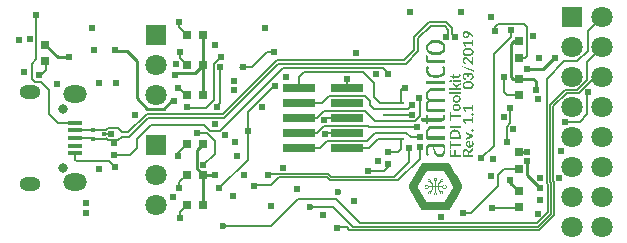
<source format=gtl>
%FSLAX44Y44*%
%MOMM*%
G71*
G01*
G75*
G04 Layer_Physical_Order=1*
G04 Layer_Color=255*
%ADD10R,0.6200X0.5700*%
%ADD11R,0.7620X0.7620*%
%ADD12R,2.7940X0.7366*%
%ADD13R,1.3000X0.4500*%
%ADD14R,0.3000X0.3000*%
%ADD15R,0.7620X0.7620*%
%ADD16R,0.5000X0.2000*%
%ADD17C,0.1500*%
%ADD18C,0.2540*%
%ADD19C,0.2000*%
%ADD20C,0.1524*%
%ADD21R,1.8000X1.8000*%
%ADD22C,1.8000*%
%ADD23R,1.8000X1.8000*%
%ADD24C,1.8000*%
%ADD25C,0.8000*%
%ADD26O,1.8000X1.1500*%
%ADD27O,2.0000X1.4500*%
%ADD28C,0.6100*%
%ADD29C,0.6000*%
G36*
X1679267Y1178077D02*
X1679521Y1178006D01*
X1679549Y1177992D01*
X1679619Y1177950D01*
X1679817Y1177795D01*
X1679831Y1177767D01*
X1679887Y1177710D01*
X1679958Y1177612D01*
X1680014Y1177499D01*
X1680028Y1177471D01*
X1680042Y1177386D01*
X1680070Y1177273D01*
X1680085Y1177118D01*
Y1177104D01*
Y1177090D01*
X1680070Y1176991D01*
X1680014Y1176738D01*
X1680000D01*
Y1176709D01*
X1679958Y1176639D01*
X1679817Y1176442D01*
X1679732Y1176371D01*
X1679633Y1176301D01*
X1679521Y1176230D01*
X1679408Y1176202D01*
X1679140Y1176160D01*
X1679013Y1176174D01*
X1678774Y1176230D01*
X1678661Y1176286D01*
X1678562Y1176357D01*
X1678463Y1176442D01*
X1678393Y1176526D01*
X1678322Y1176625D01*
X1678266Y1176738D01*
X1678224Y1176850D01*
X1678196Y1176977D01*
X1678181Y1177118D01*
X1678196Y1177245D01*
X1678266Y1177499D01*
X1678322Y1177598D01*
X1678463Y1177795D01*
X1678492Y1177823D01*
X1678548Y1177879D01*
X1678647Y1177950D01*
X1678774Y1178006D01*
X1678802Y1178020D01*
X1678886Y1178049D01*
X1678999Y1178077D01*
X1679140Y1178091D01*
X1679168D01*
X1679267Y1178077D01*
D02*
G37*
G36*
X1680000Y1183208D02*
X1678830D01*
Y1185069D01*
X1673487D01*
X1672839Y1185083D01*
X1673938Y1183772D01*
X1673952Y1183758D01*
X1673981Y1183701D01*
X1674023Y1183631D01*
X1674051Y1183547D01*
Y1183532D01*
Y1183476D01*
Y1183335D01*
Y1183321D01*
X1674037Y1183279D01*
X1673995Y1183152D01*
X1673981Y1183138D01*
X1673952Y1183109D01*
X1673882Y1183053D01*
X1673205Y1182546D01*
X1670823Y1185351D01*
Y1186634D01*
X1678830D01*
Y1188283D01*
X1680000D01*
Y1183208D01*
D02*
G37*
G36*
X1679267Y1191540D02*
X1679521Y1191469D01*
X1679549Y1191455D01*
X1679619Y1191413D01*
X1679817Y1191257D01*
X1679831Y1191229D01*
X1679887Y1191173D01*
X1679958Y1191074D01*
X1680014Y1190962D01*
X1680028Y1190933D01*
X1680042Y1190849D01*
X1680070Y1190736D01*
X1680085Y1190581D01*
Y1190567D01*
Y1190553D01*
X1680070Y1190454D01*
X1680014Y1190200D01*
X1680000D01*
Y1190172D01*
X1679958Y1190102D01*
X1679817Y1189904D01*
X1679732Y1189834D01*
X1679633Y1189763D01*
X1679521Y1189693D01*
X1679408Y1189665D01*
X1679140Y1189622D01*
X1679013Y1189636D01*
X1678774Y1189693D01*
X1678661Y1189749D01*
X1678562Y1189820D01*
X1678463Y1189904D01*
X1678393Y1189989D01*
X1678322Y1190088D01*
X1678266Y1190200D01*
X1678224Y1190313D01*
X1678196Y1190440D01*
X1678181Y1190581D01*
X1678196Y1190708D01*
X1678266Y1190962D01*
X1678322Y1191060D01*
X1678463Y1191257D01*
X1678492Y1191286D01*
X1678548Y1191342D01*
X1678647Y1191413D01*
X1678774Y1191469D01*
X1678802Y1191483D01*
X1678886Y1191511D01*
X1678999Y1191540D01*
X1679140Y1191553D01*
X1679168D01*
X1679267Y1191540D01*
D02*
G37*
G36*
X1680000Y1160625D02*
Y1160611D01*
Y1160554D01*
X1679958Y1160385D01*
X1679859Y1160174D01*
X1679774Y1160075D01*
X1679662Y1159990D01*
X1676729Y1158059D01*
X1676631Y1157989D01*
X1676560Y1157918D01*
X1676490Y1157819D01*
X1676476Y1157791D01*
X1676448Y1157721D01*
X1676434Y1157608D01*
X1676419Y1157439D01*
Y1156706D01*
X1680000D01*
Y1155000D01*
X1670837D01*
Y1157791D01*
X1670865Y1158341D01*
X1670922Y1158863D01*
X1671034Y1159398D01*
X1671175Y1159793D01*
X1671330Y1160145D01*
X1671570Y1160498D01*
X1671626Y1160568D01*
X1671810Y1160738D01*
X1672077Y1160935D01*
X1672233Y1161033D01*
X1672416Y1161118D01*
X1672430Y1161132D01*
X1672500Y1161146D01*
X1672726Y1161231D01*
X1673064Y1161301D01*
X1673262Y1161316D01*
X1673473Y1161330D01*
X1673558D01*
X1673755Y1161316D01*
X1674037Y1161273D01*
X1674347Y1161189D01*
X1674361D01*
X1674418Y1161160D01*
X1674587Y1161090D01*
X1674841Y1160963D01*
X1675094Y1160794D01*
X1675108Y1160780D01*
X1675151Y1160752D01*
X1675292Y1160625D01*
X1675489Y1160413D01*
X1675588Y1160301D01*
X1675686Y1160160D01*
X1675700Y1160145D01*
X1675729Y1160089D01*
X1675827Y1159920D01*
X1675968Y1159652D01*
X1676095Y1159314D01*
X1676222Y1159497D01*
X1676391Y1159680D01*
X1676617Y1159864D01*
X1680000Y1162161D01*
Y1160625D01*
D02*
G37*
G36*
X1676546Y1168505D02*
X1676701Y1168491D01*
X1676828Y1168435D01*
X1676842Y1168420D01*
X1676885Y1168378D01*
X1676941Y1168294D01*
X1676955Y1168152D01*
Y1164121D01*
X1676969D01*
X1677040Y1164135D01*
X1677251Y1164163D01*
X1677815Y1164290D01*
X1677829Y1164304D01*
X1677871Y1164318D01*
X1678026Y1164389D01*
X1678224Y1164501D01*
X1678421Y1164657D01*
X1678548Y1164811D01*
X1678675Y1164995D01*
X1678774Y1165206D01*
X1678830Y1165404D01*
X1678872Y1165629D01*
X1678886Y1165897D01*
X1678872Y1166123D01*
X1678802Y1166560D01*
X1678745Y1166729D01*
X1678604Y1167039D01*
X1678407Y1167405D01*
X1678365Y1167504D01*
X1678337Y1167603D01*
X1678322Y1167701D01*
X1678337Y1167814D01*
X1678379Y1167913D01*
X1678463Y1167998D01*
X1679041Y1168449D01*
X1679055Y1168435D01*
X1679084Y1168406D01*
X1679211Y1168279D01*
X1679380Y1168082D01*
X1679549Y1167857D01*
X1679563Y1167842D01*
X1679577Y1167800D01*
X1679662Y1167645D01*
X1679774Y1167434D01*
X1679873Y1167180D01*
Y1167166D01*
X1679887Y1167123D01*
X1679944Y1166968D01*
X1680000Y1166743D01*
X1680042Y1166475D01*
Y1166461D01*
Y1166419D01*
X1680056Y1166249D01*
X1680070Y1166024D01*
X1680085Y1165756D01*
Y1165728D01*
Y1165643D01*
X1680056Y1165347D01*
X1680000Y1164938D01*
X1679873Y1164501D01*
X1679859Y1164473D01*
X1679831Y1164403D01*
X1679704Y1164163D01*
X1679492Y1163825D01*
X1679366Y1163656D01*
X1679211Y1163486D01*
X1679126Y1163416D01*
X1678914Y1163233D01*
X1678759Y1163120D01*
X1678562Y1163007D01*
X1678351Y1162894D01*
X1678125Y1162796D01*
X1678012Y1162753D01*
X1677688Y1162683D01*
X1677463Y1162626D01*
X1677209Y1162598D01*
X1676617Y1162556D01*
X1676208Y1162584D01*
X1675799Y1162641D01*
X1675362Y1162767D01*
X1675010Y1162937D01*
X1674685Y1163120D01*
X1674347Y1163388D01*
X1674277Y1163458D01*
X1674093Y1163670D01*
X1673868Y1163980D01*
X1673755Y1164163D01*
X1673656Y1164374D01*
X1673614Y1164473D01*
X1673572Y1164600D01*
X1673530Y1164755D01*
X1673487Y1164952D01*
X1673445Y1165178D01*
X1673417Y1165418D01*
X1673403Y1165686D01*
X1673431Y1166066D01*
X1673487Y1166433D01*
X1673600Y1166827D01*
X1673741Y1167138D01*
X1673910Y1167420D01*
X1674164Y1167716D01*
X1674178Y1167730D01*
X1674234Y1167786D01*
X1674418Y1167927D01*
X1674714Y1168124D01*
X1674897Y1168223D01*
X1675094Y1168308D01*
X1675123Y1168322D01*
X1675193Y1168336D01*
X1675461Y1168420D01*
X1675644Y1168449D01*
X1675856Y1168491D01*
X1676349Y1168519D01*
X1676405D01*
X1676546Y1168505D01*
D02*
G37*
G36*
X1680000Y1172988D02*
Y1171564D01*
X1673501Y1168984D01*
Y1170267D01*
X1673515Y1170380D01*
X1673530Y1170464D01*
X1673586Y1170563D01*
X1673642Y1170634D01*
X1673699Y1170676D01*
X1673783Y1170718D01*
X1677265Y1171973D01*
X1677279D01*
X1677322Y1171987D01*
X1677463Y1172043D01*
X1677646Y1172100D01*
X1677871Y1172156D01*
X1677885D01*
X1677914Y1172170D01*
X1678055Y1172198D01*
X1678449Y1172283D01*
X1678266Y1172325D01*
X1677871Y1172424D01*
X1677265Y1172607D01*
X1673783Y1173890D01*
X1673713Y1173932D01*
X1673642Y1173975D01*
X1673586Y1174045D01*
X1673544Y1174130D01*
X1673515Y1174214D01*
X1673501Y1174327D01*
Y1175567D01*
X1680000Y1172988D01*
D02*
G37*
G36*
X1680014Y1228389D02*
X1680028D01*
X1680056Y1228375D01*
X1680183Y1228304D01*
X1680324Y1228192D01*
X1680451Y1228037D01*
Y1228023D01*
X1680465Y1227994D01*
X1680522Y1227881D01*
X1680564Y1227740D01*
X1680592Y1227557D01*
Y1226895D01*
X1671133Y1230588D01*
X1670978Y1230673D01*
X1670851Y1230771D01*
X1670724Y1230898D01*
X1670654Y1231039D01*
X1670611Y1231194D01*
X1670583Y1231392D01*
Y1232068D01*
X1680014Y1228389D01*
D02*
G37*
G36*
X1680000Y1232914D02*
X1679492D01*
X1679380Y1232928D01*
X1679154Y1232971D01*
X1679055Y1233027D01*
X1678844Y1233196D01*
X1676053Y1235973D01*
X1675827Y1236185D01*
X1675616Y1236382D01*
X1675376Y1236593D01*
X1675179Y1236763D01*
X1674967Y1236904D01*
X1674742Y1237059D01*
X1674545Y1237157D01*
X1674333Y1237256D01*
X1674093Y1237341D01*
X1673882Y1237397D01*
X1673656Y1237425D01*
X1673530Y1237439D01*
X1673403D01*
X1673205Y1237425D01*
X1672825Y1237341D01*
X1672670Y1237270D01*
X1672543Y1237200D01*
X1672402Y1237073D01*
X1672388D01*
X1672374Y1237045D01*
X1672303Y1236960D01*
X1672204Y1236819D01*
X1672134Y1236650D01*
Y1236636D01*
X1672120Y1236608D01*
X1672092Y1236495D01*
X1672063Y1236326D01*
X1672049Y1236114D01*
Y1236100D01*
Y1236072D01*
X1672063Y1235945D01*
X1672134Y1235593D01*
Y1235579D01*
X1672148Y1235550D01*
X1672190Y1235452D01*
X1672359Y1235170D01*
X1672388Y1235142D01*
X1672458Y1235057D01*
X1672557Y1234958D01*
X1672698Y1234859D01*
X1672712D01*
X1672726Y1234845D01*
X1672811Y1234789D01*
X1672952Y1234719D01*
X1673107Y1234662D01*
X1673121D01*
X1673149Y1234648D01*
X1673262Y1234592D01*
X1673403Y1234507D01*
X1673459Y1234451D01*
X1673501Y1234380D01*
X1673515Y1234352D01*
X1673530Y1234253D01*
X1673544Y1234098D01*
X1673530Y1233887D01*
X1673389Y1233069D01*
X1672994Y1233154D01*
X1672233Y1233436D01*
X1671936Y1233619D01*
X1671669Y1233830D01*
X1671528Y1233971D01*
X1671401Y1234112D01*
X1671344Y1234183D01*
X1671218Y1234380D01*
X1671133Y1234521D01*
X1671048Y1234690D01*
X1670978Y1234859D01*
X1670907Y1235057D01*
X1670823Y1235395D01*
X1670766Y1235762D01*
X1670738Y1235973D01*
Y1236199D01*
X1670766Y1236579D01*
X1670809Y1236960D01*
X1670922Y1237355D01*
X1670950Y1237439D01*
X1671062Y1237665D01*
X1671218Y1237961D01*
X1671457Y1238257D01*
X1671514Y1238313D01*
X1671683Y1238468D01*
X1671810Y1238567D01*
X1671951Y1238666D01*
X1672106Y1238750D01*
X1672275Y1238835D01*
X1672289Y1238849D01*
X1672359Y1238863D01*
X1672585Y1238948D01*
X1672923Y1239018D01*
X1673135Y1239032D01*
X1673346Y1239046D01*
X1673431D01*
X1673656Y1239032D01*
X1673952Y1238976D01*
X1674291Y1238891D01*
X1674305D01*
X1674361Y1238863D01*
X1674545Y1238793D01*
X1675108Y1238497D01*
X1675123Y1238483D01*
X1675179Y1238454D01*
X1675348Y1238342D01*
X1675870Y1237919D01*
X1675884Y1237905D01*
X1675926Y1237862D01*
X1676095Y1237707D01*
X1676617Y1237214D01*
X1678731Y1235142D01*
X1678689Y1235325D01*
X1678604Y1235733D01*
X1678576Y1235917D01*
X1678548Y1236297D01*
Y1238652D01*
X1678562Y1238793D01*
X1678604Y1238920D01*
X1678689Y1239046D01*
Y1239060D01*
X1678717Y1239074D01*
X1678788Y1239131D01*
X1678914Y1239173D01*
X1679070Y1239201D01*
X1680000D01*
Y1232914D01*
D02*
G37*
G36*
X1676123Y1246800D02*
X1676800Y1246715D01*
X1677505Y1246574D01*
X1677519D01*
X1677547Y1246560D01*
X1677646Y1246532D01*
X1678026Y1246391D01*
X1678492Y1246165D01*
X1678745Y1246024D01*
X1678971Y1245855D01*
X1678999Y1245841D01*
X1679070Y1245771D01*
X1679295Y1245559D01*
X1679436Y1245390D01*
X1679577Y1245207D01*
X1679718Y1245009D01*
X1679831Y1244784D01*
X1679845Y1244756D01*
X1679873Y1244671D01*
X1679915Y1244558D01*
X1679958Y1244389D01*
X1680014Y1244192D01*
X1680056Y1243966D01*
X1680085Y1243712D01*
X1680099Y1243459D01*
Y1243430D01*
X1680085Y1243332D01*
X1680056Y1243022D01*
X1679986Y1242585D01*
X1679831Y1242120D01*
X1679817Y1242091D01*
X1679774Y1242021D01*
X1679619Y1241767D01*
X1679352Y1241415D01*
X1679168Y1241231D01*
X1678971Y1241062D01*
X1678872Y1240992D01*
X1678745Y1240907D01*
X1678576Y1240808D01*
X1678351Y1240696D01*
X1678111Y1240569D01*
X1677815Y1240456D01*
X1677505Y1240357D01*
X1677350Y1240315D01*
X1676913Y1240230D01*
X1676250Y1240146D01*
X1675856Y1240118D01*
X1675419Y1240104D01*
X1674714Y1240132D01*
X1674037Y1240216D01*
X1673346Y1240357D01*
X1672825Y1240541D01*
X1672345Y1240766D01*
X1672106Y1240907D01*
X1671880Y1241062D01*
X1671556Y1241358D01*
X1671415Y1241513D01*
X1671274Y1241697D01*
X1671133Y1241908D01*
X1671020Y1242120D01*
X1670978Y1242232D01*
X1670879Y1242514D01*
X1670823Y1242726D01*
X1670781Y1242951D01*
X1670752Y1243191D01*
X1670738Y1243459D01*
X1670766Y1243896D01*
X1670851Y1244319D01*
X1671020Y1244784D01*
X1671077Y1244883D01*
X1671232Y1245150D01*
X1671499Y1245503D01*
X1671683Y1245686D01*
X1671880Y1245855D01*
X1671908Y1245883D01*
X1671979Y1245926D01*
X1672275Y1246123D01*
X1672486Y1246236D01*
X1672740Y1246349D01*
X1673022Y1246476D01*
X1673346Y1246574D01*
X1673360D01*
X1673389Y1246588D01*
X1673501Y1246616D01*
X1673938Y1246701D01*
X1674587Y1246786D01*
X1674982Y1246814D01*
X1675419Y1246828D01*
X1675616D01*
X1676123Y1246800D01*
D02*
G37*
G36*
X1680000Y1193584D02*
X1678830D01*
Y1195444D01*
X1673487D01*
X1672839Y1195458D01*
X1673938Y1194147D01*
X1673952Y1194133D01*
X1673981Y1194077D01*
X1674023Y1194006D01*
X1674051Y1193922D01*
Y1193908D01*
Y1193851D01*
Y1193710D01*
Y1193696D01*
X1674037Y1193654D01*
X1673995Y1193527D01*
X1673981Y1193513D01*
X1673952Y1193485D01*
X1673882Y1193428D01*
X1673205Y1192921D01*
X1670823Y1195726D01*
Y1197009D01*
X1678830D01*
Y1198658D01*
X1680000D01*
Y1193584D01*
D02*
G37*
G36*
X1676123Y1218817D02*
X1676800Y1218733D01*
X1677505Y1218592D01*
X1677519D01*
X1677547Y1218577D01*
X1677646Y1218549D01*
X1678026Y1218408D01*
X1678492Y1218183D01*
X1678745Y1218042D01*
X1678971Y1217873D01*
X1678999Y1217859D01*
X1679070Y1217788D01*
X1679295Y1217577D01*
X1679436Y1217407D01*
X1679577Y1217224D01*
X1679718Y1217027D01*
X1679831Y1216801D01*
X1679845Y1216773D01*
X1679873Y1216689D01*
X1679915Y1216576D01*
X1679958Y1216407D01*
X1680014Y1216209D01*
X1680056Y1215984D01*
X1680085Y1215730D01*
X1680099Y1215476D01*
Y1215448D01*
X1680085Y1215349D01*
X1680056Y1215039D01*
X1679986Y1214602D01*
X1679831Y1214137D01*
X1679817Y1214109D01*
X1679774Y1214038D01*
X1679619Y1213784D01*
X1679352Y1213432D01*
X1679168Y1213249D01*
X1678971Y1213080D01*
X1678872Y1213009D01*
X1678745Y1212925D01*
X1678576Y1212826D01*
X1678351Y1212713D01*
X1678111Y1212586D01*
X1677815Y1212474D01*
X1677505Y1212375D01*
X1677350Y1212333D01*
X1676913Y1212248D01*
X1676250Y1212163D01*
X1675856Y1212135D01*
X1675419Y1212121D01*
X1674714Y1212149D01*
X1674037Y1212234D01*
X1673346Y1212375D01*
X1672825Y1212558D01*
X1672345Y1212784D01*
X1672106Y1212925D01*
X1671880Y1213080D01*
X1671556Y1213376D01*
X1671415Y1213531D01*
X1671274Y1213714D01*
X1671133Y1213925D01*
X1671020Y1214137D01*
X1670978Y1214250D01*
X1670879Y1214532D01*
X1670823Y1214743D01*
X1670781Y1214969D01*
X1670752Y1215208D01*
X1670738Y1215476D01*
X1670766Y1215913D01*
X1670851Y1216336D01*
X1671020Y1216801D01*
X1671077Y1216900D01*
X1671232Y1217168D01*
X1671499Y1217520D01*
X1671683Y1217703D01*
X1671880Y1217873D01*
X1671908Y1217901D01*
X1671979Y1217943D01*
X1672275Y1218140D01*
X1672486Y1218253D01*
X1672740Y1218366D01*
X1673022Y1218493D01*
X1673346Y1218592D01*
X1673360D01*
X1673389Y1218606D01*
X1673501Y1218634D01*
X1673938Y1218718D01*
X1674587Y1218803D01*
X1674982Y1218831D01*
X1675419Y1218845D01*
X1675616D01*
X1676123Y1218817D01*
D02*
G37*
G36*
X1677688Y1225894D02*
X1678083Y1225809D01*
X1678506Y1225668D01*
X1678534Y1225654D01*
X1678590Y1225626D01*
X1678816Y1225485D01*
X1679098Y1225274D01*
X1679394Y1224977D01*
X1679408Y1224963D01*
X1679450Y1224907D01*
X1679507Y1224808D01*
X1679591Y1224696D01*
X1679774Y1224371D01*
X1679859Y1224188D01*
X1679930Y1223977D01*
Y1223949D01*
X1679958Y1223878D01*
X1680014Y1223610D01*
X1680070Y1223230D01*
X1680099Y1222778D01*
Y1222750D01*
Y1222666D01*
X1680070Y1222370D01*
X1679944Y1221580D01*
X1679930Y1221552D01*
X1679915Y1221496D01*
X1679831Y1221284D01*
X1679676Y1220988D01*
X1679478Y1220692D01*
X1679464Y1220678D01*
X1679422Y1220636D01*
X1679267Y1220467D01*
X1679027Y1220255D01*
X1678717Y1220044D01*
X1678421Y1219889D01*
X1678083Y1219734D01*
X1677674Y1219578D01*
X1677392Y1220269D01*
X1677336Y1220438D01*
X1677322Y1220608D01*
X1677336Y1220777D01*
X1677392Y1220918D01*
X1677463Y1221030D01*
X1677519Y1221087D01*
X1677589Y1221129D01*
X1677603D01*
X1677632Y1221143D01*
X1677730Y1221199D01*
X1678026Y1221369D01*
X1678040Y1221383D01*
X1678055Y1221397D01*
X1678153Y1221467D01*
X1678407Y1221693D01*
X1678506Y1221820D01*
X1678590Y1221961D01*
X1678689Y1222144D01*
X1678731Y1222327D01*
X1678774Y1222525D01*
X1678788Y1222764D01*
X1678774Y1223004D01*
X1678661Y1223455D01*
X1678576Y1223638D01*
X1678463Y1223808D01*
X1678322Y1223963D01*
X1678181Y1224075D01*
X1678040Y1224174D01*
X1677857Y1224259D01*
X1677688Y1224315D01*
X1677519Y1224343D01*
X1677336Y1224357D01*
X1677138Y1224343D01*
X1676744Y1224287D01*
X1676574Y1224230D01*
X1676434Y1224132D01*
X1676278Y1223991D01*
X1676264Y1223977D01*
X1676250Y1223949D01*
X1676166Y1223836D01*
X1676123Y1223751D01*
X1676067Y1223638D01*
X1676025Y1223511D01*
X1675982Y1223356D01*
Y1223342D01*
X1675968Y1223286D01*
X1675926Y1223060D01*
X1675898Y1222905D01*
X1675884Y1222708D01*
X1675870Y1222496D01*
Y1222243D01*
X1674756D01*
X1674742Y1222581D01*
X1674643Y1223201D01*
X1674573Y1223427D01*
X1674488Y1223624D01*
X1674361Y1223808D01*
X1674234Y1223934D01*
X1674093Y1224033D01*
X1673924Y1224118D01*
X1673755Y1224174D01*
X1673586Y1224202D01*
X1673374Y1224216D01*
X1673262D01*
X1673008Y1224174D01*
X1672684Y1224061D01*
X1672529Y1223977D01*
X1672388Y1223850D01*
X1672374Y1223836D01*
X1672331Y1223779D01*
X1672218Y1223596D01*
X1672162Y1223455D01*
X1672106Y1223286D01*
X1672063Y1223103D01*
X1672049Y1222891D01*
Y1222877D01*
Y1222849D01*
X1672063Y1222722D01*
X1672134Y1222370D01*
Y1222355D01*
X1672148Y1222327D01*
X1672190Y1222229D01*
X1672359Y1221947D01*
X1672388Y1221918D01*
X1672458Y1221834D01*
X1672557Y1221735D01*
X1672698Y1221637D01*
X1672712D01*
X1672726Y1221622D01*
X1672811Y1221566D01*
X1672952Y1221510D01*
X1673107Y1221453D01*
X1673121D01*
X1673149Y1221439D01*
X1673262Y1221369D01*
X1673403Y1221284D01*
X1673501Y1221157D01*
X1673515Y1221129D01*
X1673530Y1221030D01*
X1673544Y1220889D01*
X1673530Y1220678D01*
X1673389Y1219846D01*
X1672994Y1219931D01*
X1672233Y1220213D01*
X1671936Y1220410D01*
X1671669Y1220622D01*
X1671528Y1220762D01*
X1671401Y1220903D01*
X1671344Y1220974D01*
X1671218Y1221171D01*
X1671133Y1221312D01*
X1671048Y1221467D01*
X1670907Y1221834D01*
X1670823Y1222172D01*
X1670766Y1222539D01*
X1670738Y1222750D01*
Y1222976D01*
X1670766Y1223356D01*
X1670809Y1223723D01*
X1670922Y1224118D01*
X1671048Y1224414D01*
X1671203Y1224696D01*
X1671415Y1224992D01*
X1671471Y1225048D01*
X1671626Y1225203D01*
X1671866Y1225372D01*
X1672021Y1225471D01*
X1672176Y1225541D01*
X1672190Y1225555D01*
X1672247Y1225570D01*
X1672444Y1225640D01*
X1672585Y1225682D01*
X1672740Y1225711D01*
X1672909Y1225725D01*
X1673092Y1225739D01*
X1673163D01*
X1673346Y1225725D01*
X1673868Y1225640D01*
X1673882D01*
X1673924Y1225626D01*
X1674065Y1225570D01*
X1674263Y1225485D01*
X1674460Y1225358D01*
X1674474Y1225344D01*
X1674502Y1225330D01*
X1674601Y1225231D01*
X1674728Y1225090D01*
X1674869Y1224893D01*
Y1224879D01*
X1674897Y1224851D01*
X1674967Y1224724D01*
X1675052Y1224526D01*
X1675151Y1224287D01*
X1675348Y1224752D01*
X1675602Y1225161D01*
X1675771Y1225344D01*
X1675954Y1225513D01*
X1675982Y1225527D01*
X1676053Y1225584D01*
X1676321Y1225725D01*
X1676504Y1225795D01*
X1676729Y1225866D01*
X1676997Y1225908D01*
X1677124Y1225922D01*
X1677392D01*
X1677688Y1225894D01*
D02*
G37*
G36*
X1669000Y1179430D02*
X1659837D01*
Y1181136D01*
X1669000D01*
Y1179430D01*
D02*
G37*
G36*
X1661233Y1189918D02*
X1669000D01*
Y1188213D01*
X1661233D01*
Y1185450D01*
X1659837D01*
Y1192681D01*
X1661233D01*
Y1189918D01*
D02*
G37*
G36*
X1666209Y1199702D02*
X1666660Y1199631D01*
X1667139Y1199504D01*
X1667167Y1199490D01*
X1667238Y1199462D01*
X1667506Y1199335D01*
X1667844Y1199138D01*
X1668197Y1198856D01*
X1668211Y1198842D01*
X1668267Y1198785D01*
X1668436Y1198574D01*
X1668549Y1198419D01*
X1668662Y1198250D01*
X1668760Y1198052D01*
X1668859Y1197841D01*
X1668873Y1197813D01*
X1668887Y1197742D01*
X1668972Y1197460D01*
X1669014Y1197263D01*
X1669042Y1197037D01*
X1669070Y1196798D01*
X1669085Y1196530D01*
Y1196516D01*
Y1196502D01*
Y1196403D01*
X1669056Y1196093D01*
X1668986Y1195656D01*
X1668859Y1195191D01*
X1668845Y1195162D01*
X1668817Y1195092D01*
X1668690Y1194838D01*
X1668478Y1194514D01*
X1668197Y1194176D01*
X1668112Y1194105D01*
X1667900Y1193936D01*
X1667562Y1193725D01*
X1667365Y1193626D01*
X1667139Y1193527D01*
X1667026Y1193499D01*
X1666730Y1193414D01*
X1666519Y1193372D01*
X1666293Y1193344D01*
X1665744Y1193302D01*
X1665278Y1193330D01*
X1664827Y1193400D01*
X1664348Y1193527D01*
X1663981Y1193696D01*
X1663643Y1193908D01*
X1663305Y1194176D01*
X1663051Y1194457D01*
X1662952Y1194613D01*
X1662840Y1194782D01*
X1662741Y1194979D01*
X1662642Y1195191D01*
X1662600Y1195303D01*
X1662515Y1195585D01*
X1662445Y1196008D01*
X1662417Y1196262D01*
X1662403Y1196530D01*
X1662431Y1196967D01*
X1662501Y1197390D01*
X1662642Y1197841D01*
X1662811Y1198193D01*
X1663023Y1198518D01*
X1663305Y1198856D01*
X1663319Y1198870D01*
X1663375Y1198926D01*
X1663587Y1199095D01*
X1663742Y1199194D01*
X1663925Y1199307D01*
X1664122Y1199420D01*
X1664348Y1199504D01*
X1664376Y1199518D01*
X1664461Y1199547D01*
X1664757Y1199617D01*
X1664954Y1199659D01*
X1665194Y1199702D01*
X1665744Y1199730D01*
X1665871D01*
X1666209Y1199702D01*
D02*
G37*
G36*
X1661190Y1156706D02*
X1663911D01*
Y1160145D01*
X1665264D01*
Y1156706D01*
X1669000D01*
Y1155000D01*
X1659837D01*
Y1160780D01*
X1661190D01*
Y1156706D01*
D02*
G37*
G36*
X1661233Y1165812D02*
X1669000D01*
Y1164107D01*
X1661233D01*
Y1161344D01*
X1659837D01*
Y1168575D01*
X1661233D01*
Y1165812D01*
D02*
G37*
G36*
X1665025Y1177894D02*
X1665631Y1177795D01*
X1666279Y1177598D01*
X1666293D01*
X1666322Y1177583D01*
X1666420Y1177541D01*
X1666773Y1177358D01*
X1666998Y1177217D01*
X1667238Y1177062D01*
X1667492Y1176864D01*
X1667731Y1176653D01*
X1667760Y1176625D01*
X1667830Y1176540D01*
X1668070Y1176244D01*
X1668225Y1176033D01*
X1668309Y1175906D01*
X1668380Y1175779D01*
X1668535Y1175497D01*
X1668676Y1175187D01*
Y1175173D01*
X1668690Y1175145D01*
X1668732Y1175032D01*
X1668831Y1174623D01*
X1668901Y1174341D01*
X1668944Y1174017D01*
X1668986Y1173664D01*
X1669000Y1173481D01*
Y1173284D01*
Y1169788D01*
X1659837D01*
Y1173284D01*
Y1173467D01*
X1659879Y1173918D01*
X1659978Y1174524D01*
X1660175Y1175187D01*
X1660415Y1175694D01*
X1660711Y1176174D01*
X1660908Y1176413D01*
X1661120Y1176653D01*
X1661148Y1176681D01*
X1661233Y1176752D01*
X1661529Y1177005D01*
X1661740Y1177146D01*
X1661853Y1177231D01*
X1661994Y1177301D01*
X1662262Y1177457D01*
X1662572Y1177598D01*
X1662586D01*
X1662614Y1177612D01*
X1662713Y1177654D01*
X1662896Y1177710D01*
X1663122Y1177767D01*
X1663389Y1177823D01*
X1663714Y1177879D01*
X1663869Y1177908D01*
X1664052Y1177922D01*
X1664418Y1177936D01*
X1664588D01*
X1665025Y1177894D01*
D02*
G37*
G36*
X1660725Y1219987D02*
X1660993Y1219917D01*
X1661021Y1219903D01*
X1661092Y1219860D01*
X1661303Y1219691D01*
X1661317Y1219663D01*
X1661373Y1219607D01*
X1661444Y1219508D01*
X1661514Y1219381D01*
Y1219367D01*
X1661529Y1219353D01*
X1661543Y1219268D01*
X1661585Y1218986D01*
Y1218972D01*
Y1218958D01*
X1661571Y1218859D01*
X1661514Y1218606D01*
Y1218592D01*
X1661500Y1218577D01*
X1661458Y1218493D01*
X1661303Y1218281D01*
X1661204Y1218211D01*
X1661106Y1218140D01*
X1660993Y1218070D01*
X1660880Y1218042D01*
X1660598Y1217999D01*
X1660471Y1218014D01*
X1660204Y1218070D01*
X1660091Y1218126D01*
X1659992Y1218197D01*
X1659893Y1218281D01*
X1659809Y1218380D01*
X1659738Y1218479D01*
X1659682Y1218606D01*
X1659640Y1218718D01*
X1659611Y1218845D01*
X1659597Y1218986D01*
X1659611Y1219113D01*
X1659682Y1219381D01*
X1659738Y1219494D01*
X1659795Y1219593D01*
X1659893Y1219691D01*
X1659922Y1219719D01*
X1659978Y1219776D01*
X1660077Y1219846D01*
X1660204Y1219917D01*
X1660218D01*
X1660232Y1219931D01*
X1660316Y1219959D01*
X1660443Y1219987D01*
X1660598Y1220001D01*
X1660626D01*
X1660725Y1219987D01*
D02*
G37*
G36*
X1669000Y1218211D02*
X1662501D01*
Y1219790D01*
X1669000D01*
Y1218211D01*
D02*
G37*
G36*
X1668549Y1225245D02*
X1668577Y1225203D01*
X1668690Y1225034D01*
X1668760Y1224921D01*
X1668831Y1224780D01*
X1668901Y1224639D01*
X1668958Y1224470D01*
Y1224456D01*
X1668972Y1224400D01*
X1669028Y1224188D01*
X1669070Y1223906D01*
X1669099Y1223554D01*
Y1223540D01*
Y1223511D01*
X1669085Y1223413D01*
X1669042Y1223074D01*
X1668986Y1222863D01*
X1668901Y1222652D01*
X1668789Y1222440D01*
X1668634Y1222257D01*
X1668549Y1222186D01*
X1668436Y1222116D01*
X1668281Y1222031D01*
X1668098Y1221947D01*
X1667872Y1221876D01*
X1667604Y1221820D01*
X1667308Y1221806D01*
X1663671D01*
Y1221129D01*
Y1221115D01*
X1663657Y1221059D01*
X1663629Y1220988D01*
X1663587Y1220918D01*
X1663530Y1220875D01*
X1663446Y1220847D01*
X1663347Y1220833D01*
X1662727D01*
X1662544Y1221876D01*
X1660767Y1222200D01*
X1660697Y1222229D01*
X1660570Y1222327D01*
X1660528Y1222384D01*
X1660514Y1222454D01*
X1660500Y1222553D01*
Y1223371D01*
X1662558D01*
Y1225104D01*
X1663671D01*
Y1223371D01*
X1667252D01*
X1667365Y1223385D01*
X1667534Y1223427D01*
X1667675Y1223511D01*
X1667760Y1223624D01*
X1667816Y1223751D01*
X1667844Y1223920D01*
X1667816Y1224174D01*
X1667745Y1224343D01*
X1667675Y1224470D01*
X1667647Y1224512D01*
X1667633Y1224583D01*
Y1224625D01*
X1667675Y1224696D01*
X1667774Y1224794D01*
X1668535Y1225259D01*
X1668549Y1225245D01*
D02*
G37*
G36*
X1666209Y1206990D02*
X1666660Y1206919D01*
X1667139Y1206792D01*
X1667167Y1206778D01*
X1667238Y1206750D01*
X1667506Y1206623D01*
X1667844Y1206426D01*
X1668197Y1206144D01*
X1668211Y1206130D01*
X1668267Y1206074D01*
X1668436Y1205862D01*
X1668549Y1205707D01*
X1668662Y1205538D01*
X1668760Y1205340D01*
X1668859Y1205129D01*
X1668873Y1205101D01*
X1668887Y1205030D01*
X1668972Y1204748D01*
X1669014Y1204551D01*
X1669042Y1204325D01*
X1669070Y1204086D01*
X1669085Y1203818D01*
Y1203804D01*
Y1203790D01*
Y1203691D01*
X1669056Y1203381D01*
X1668986Y1202944D01*
X1668859Y1202479D01*
X1668845Y1202450D01*
X1668817Y1202380D01*
X1668690Y1202126D01*
X1668478Y1201802D01*
X1668197Y1201464D01*
X1668112Y1201393D01*
X1667900Y1201224D01*
X1667562Y1201013D01*
X1667365Y1200914D01*
X1667139Y1200815D01*
X1667026Y1200787D01*
X1666730Y1200703D01*
X1666519Y1200660D01*
X1666293Y1200632D01*
X1665744Y1200590D01*
X1665278Y1200618D01*
X1664827Y1200688D01*
X1664348Y1200815D01*
X1663981Y1200984D01*
X1663643Y1201196D01*
X1663305Y1201464D01*
X1663051Y1201746D01*
X1662952Y1201901D01*
X1662840Y1202070D01*
X1662741Y1202267D01*
X1662642Y1202479D01*
X1662600Y1202591D01*
X1662515Y1202873D01*
X1662445Y1203296D01*
X1662417Y1203550D01*
X1662403Y1203818D01*
X1662431Y1204255D01*
X1662501Y1204678D01*
X1662642Y1205129D01*
X1662811Y1205481D01*
X1663023Y1205806D01*
X1663305Y1206144D01*
X1663319Y1206158D01*
X1663375Y1206214D01*
X1663587Y1206384D01*
X1663742Y1206482D01*
X1663925Y1206595D01*
X1664122Y1206708D01*
X1664348Y1206792D01*
X1664376Y1206806D01*
X1664461Y1206835D01*
X1664757Y1206905D01*
X1664954Y1206947D01*
X1665194Y1206990D01*
X1665744Y1207018D01*
X1665871D01*
X1666209Y1206990D01*
D02*
G37*
G36*
X1669000Y1208244D02*
X1659583D01*
Y1209809D01*
X1669000D01*
Y1208244D01*
D02*
G37*
G36*
Y1215970D02*
Y1215956D01*
Y1215941D01*
X1668986Y1215857D01*
X1668944Y1215645D01*
X1668929Y1215631D01*
X1668901Y1215575D01*
X1668831Y1215504D01*
X1668732Y1215434D01*
X1666265Y1213770D01*
X1666181Y1213714D01*
X1666110Y1213658D01*
X1666068Y1213587D01*
X1666054Y1213573D01*
X1666040Y1213517D01*
X1666026Y1213305D01*
Y1212953D01*
X1669000D01*
Y1211374D01*
X1659583D01*
Y1212953D01*
X1664982D01*
Y1213235D01*
Y1213333D01*
X1664940Y1213488D01*
X1664898Y1213545D01*
X1664855Y1213601D01*
X1664771Y1213672D01*
X1662769Y1215293D01*
X1662699Y1215363D01*
X1662628Y1215434D01*
X1662572Y1215518D01*
X1662529Y1215603D01*
X1662515Y1215716D01*
X1662501Y1215843D01*
Y1217266D01*
X1664912Y1215251D01*
X1664926Y1215237D01*
X1664954Y1215208D01*
X1665067Y1215110D01*
X1665208Y1214969D01*
X1665278Y1214884D01*
X1665349Y1214785D01*
X1665419Y1214856D01*
X1665574Y1215011D01*
X1665603Y1215025D01*
X1665659Y1215081D01*
X1665842Y1215222D01*
X1669000Y1217393D01*
Y1215970D01*
D02*
G37*
G36*
X1648243Y1136789D02*
X1648563Y1136657D01*
X1648838Y1136446D01*
X1649049Y1136171D01*
X1649182Y1135851D01*
X1649227Y1135507D01*
X1649182Y1135164D01*
X1649049Y1134843D01*
X1648838Y1134568D01*
X1648563Y1134358D01*
X1648270Y1134236D01*
D01*
X1648259Y1134241D01*
X1648259Y1134241D01*
X1648259Y1134214D01*
Y1134214D01*
Y1132600D01*
X1648260Y1129869D01*
X1650055D01*
X1650053Y1131897D01*
X1650055Y1131897D01*
X1650055Y1131897D01*
X1650055Y1131897D01*
Y1131897D01*
X1650055D01*
X1650055Y1131897D01*
X1650057Y1132002D01*
D01*
X1650057Y1132002D01*
D01*
D01*
D01*
Y1132003D01*
X1650057Y1132003D01*
D01*
D01*
D01*
Y1132003D01*
X1650057D01*
X1650119Y1132178D01*
D01*
Y1132178D01*
D01*
D01*
X1650119D01*
D01*
D01*
D01*
D01*
D01*
X1650119D01*
Y1132178D01*
D01*
D01*
X1650278Y1132366D01*
X1650278Y1132366D01*
Y1132366D01*
D01*
D01*
D01*
D01*
D01*
D01*
D01*
X1650278D01*
D01*
D01*
D01*
D01*
D01*
X1650278D01*
D01*
D01*
D01*
D01*
D01*
X1650278D01*
D01*
Y1132366D01*
D01*
D01*
D01*
X1650278D01*
D01*
D01*
D01*
D01*
D01*
D01*
X1650278Y1132366D01*
Y1132366D01*
X1650278D01*
D01*
Y1132366D01*
D01*
D01*
D01*
D01*
D01*
D01*
D01*
D01*
X1650278Y1132367D01*
X1650278D01*
D01*
Y1132367D01*
D01*
D01*
D01*
D01*
D01*
D01*
D01*
D01*
D01*
X1650279Y1132367D01*
X1650279D01*
D01*
D01*
D01*
D01*
Y1132367D01*
D01*
D01*
D01*
D01*
D01*
D01*
D01*
D01*
D01*
D01*
D01*
D01*
D01*
D01*
D01*
X1650279Y1132367D01*
D01*
D01*
D01*
D01*
D01*
D01*
D01*
D01*
D01*
D01*
D01*
D01*
D01*
D01*
D01*
D01*
D01*
D01*
D01*
D01*
D01*
D01*
D01*
D01*
D01*
Y1132367D01*
D01*
D01*
D01*
D01*
D01*
D01*
D01*
D01*
D01*
D01*
D01*
D01*
D01*
D01*
D01*
D01*
D01*
D01*
D01*
D01*
D01*
D01*
D01*
D01*
Y1132367D01*
D01*
D01*
D01*
D01*
X1650279D01*
D01*
D01*
D01*
X1650479Y1132583D01*
D01*
X1650479D01*
D01*
D01*
D01*
D01*
D01*
X1650479D01*
D01*
D01*
D01*
D01*
D01*
X1650479D01*
D01*
D01*
D01*
Y1132583D01*
D01*
D01*
X1650479Y1132584D01*
Y1132584D01*
D01*
D01*
D01*
D01*
D01*
D01*
D01*
Y1132584D01*
D01*
D01*
D01*
D01*
D01*
D01*
D01*
D01*
D01*
D01*
D01*
D01*
D01*
Y1132584D01*
D01*
D01*
D01*
X1650479D01*
D01*
D01*
D01*
D01*
D01*
D01*
D01*
X1650650Y1132766D01*
X1650650Y1132766D01*
Y1132766D01*
X1650650D01*
Y1132766D01*
D01*
D01*
D01*
X1650650Y1132766D01*
X1650650Y1132766D01*
X1650651Y1132766D01*
D01*
D01*
D01*
X1650651Y1132766D01*
X1650652D01*
X1650652Y1132766D01*
D01*
D01*
D01*
D01*
D01*
D01*
D01*
D01*
D01*
X1650652Y1132766D01*
X1650724Y1132843D01*
D01*
X1650724Y1132843D01*
Y1132843D01*
X1650726Y1132842D01*
D01*
D01*
D01*
X1650726D01*
X1650726Y1132842D01*
D01*
D01*
D01*
X1650726Y1132842D01*
X1652005Y1134125D01*
X1651903Y1134371D01*
X1651858Y1134714D01*
X1651903Y1135058D01*
X1652036Y1135378D01*
X1652247Y1135653D01*
X1652522Y1135864D01*
X1652842Y1135997D01*
X1653186Y1136042D01*
X1653529Y1135997D01*
X1653849Y1135864D01*
X1654124Y1135653D01*
X1654335Y1135378D01*
X1654468Y1135058D01*
X1654513Y1134714D01*
X1654468Y1134371D01*
X1654335Y1134051D01*
X1654124Y1133776D01*
X1653849Y1133565D01*
X1653529Y1133432D01*
X1653186Y1133387D01*
X1652842Y1133432D01*
X1652522Y1133565D01*
X1652486Y1133592D01*
X1652489Y1133597D01*
X1650992Y1132098D01*
X1650898Y1131997D01*
X1650787Y1131844D01*
X1650770Y1131695D01*
Y1129869D01*
X1653605Y1129870D01*
X1653621Y1129992D01*
X1653807Y1130441D01*
X1654103Y1130827D01*
X1654488Y1131123D01*
X1654937Y1131309D01*
X1655419Y1131372D01*
X1655901Y1131309D01*
X1656350Y1131123D01*
X1656736Y1130827D01*
X1657032Y1130441D01*
X1657218Y1129992D01*
X1657281Y1129510D01*
X1657218Y1129028D01*
X1657032Y1128579D01*
X1656736Y1128193D01*
X1656350Y1127897D01*
X1655901Y1127711D01*
X1655419Y1127648D01*
X1654937Y1127711D01*
X1654488Y1127897D01*
X1654103Y1128193D01*
X1653807Y1128579D01*
X1653621Y1129028D01*
X1653604Y1129153D01*
X1653608Y1129153D01*
X1650770D01*
Y1127325D01*
X1650787Y1127178D01*
X1650898Y1127025D01*
X1650992Y1126923D01*
X1652488Y1125428D01*
X1652516Y1125449D01*
X1652836Y1125582D01*
X1653179Y1125627D01*
X1653523Y1125582D01*
X1653843Y1125449D01*
X1654118Y1125238D01*
X1654329Y1124963D01*
X1654462Y1124643D01*
X1654507Y1124299D01*
X1654462Y1123956D01*
X1654329Y1123635D01*
X1654118Y1123360D01*
X1653843Y1123149D01*
X1653523Y1123017D01*
X1653179Y1122972D01*
X1652836Y1123017D01*
X1652516Y1123149D01*
X1652241Y1123360D01*
X1652030Y1123635D01*
X1651897Y1123956D01*
X1651852Y1124299D01*
X1651897Y1124643D01*
X1652001Y1124895D01*
X1652007Y1124897D01*
X1652007Y1124897D01*
X1651997Y1124906D01*
X1651997Y1124906D01*
X1650724Y1126178D01*
D01*
X1650724Y1126178D01*
D01*
X1650726Y1126179D01*
Y1126180D01*
X1650726Y1126180D01*
X1650726D01*
D01*
Y1126180D01*
X1650726D01*
X1650650Y1126254D01*
X1650651Y1126256D01*
X1650651Y1126256D01*
X1650478Y1126436D01*
Y1126436D01*
X1650479Y1126437D01*
Y1126437D01*
X1650479D01*
X1650479Y1126437D01*
D01*
D01*
Y1126438D01*
X1650479D01*
X1650479D01*
D01*
D01*
D01*
D01*
D01*
D01*
D01*
D01*
D01*
X1650479D01*
D01*
D01*
D01*
Y1126437D01*
X1650278Y1126653D01*
X1650278Y1126655D01*
X1650119Y1126843D01*
X1650119Y1126843D01*
X1650057Y1127018D01*
D01*
D01*
X1650057D01*
X1650057D01*
Y1127018D01*
D01*
X1650057Y1127019D01*
Y1127019D01*
D01*
D01*
X1650057Y1127019D01*
X1650057Y1127019D01*
X1650056Y1127026D01*
X1650053Y1127124D01*
X1650055Y1127124D01*
Y1129153D01*
X1648260D01*
X1648262Y1127103D01*
X1648260Y1127101D01*
X1648260D01*
X1648260Y1124768D01*
X1648520Y1124661D01*
X1648795Y1124450D01*
X1649006Y1124175D01*
X1649138Y1123855D01*
X1649184Y1123511D01*
X1649138Y1123167D01*
X1649006Y1122847D01*
X1648795Y1122572D01*
X1648520Y1122361D01*
X1648200Y1122229D01*
X1647856Y1122184D01*
X1647513Y1122229D01*
X1647192Y1122361D01*
X1646917Y1122572D01*
X1646706Y1122847D01*
X1646574Y1123167D01*
X1646529Y1123511D01*
X1646574Y1123855D01*
X1646706Y1124175D01*
X1646917Y1124450D01*
X1647192Y1124661D01*
X1647474Y1124767D01*
X1647474D01*
X1647543Y1124767D01*
D01*
D01*
D01*
D01*
D01*
Y1124767D01*
D01*
D01*
D01*
D01*
D01*
D01*
D01*
D01*
D01*
D01*
D01*
D01*
D01*
D01*
D01*
D01*
X1647543D01*
D01*
D01*
D01*
D01*
D01*
D01*
D01*
D01*
D01*
D01*
D01*
Y1124767D01*
D01*
D01*
D01*
D01*
D01*
D01*
D01*
D01*
D01*
D01*
D01*
D01*
D01*
D01*
X1647543D01*
D01*
D01*
D01*
D01*
D01*
D01*
D01*
D01*
D01*
Y1124767D01*
D01*
D01*
D01*
D01*
X1647543D01*
D01*
D01*
D01*
D01*
D01*
D01*
X1647543D01*
D01*
D01*
X1647543D01*
Y1124767D01*
D01*
D01*
D01*
D01*
X1647543D01*
D01*
D01*
D01*
D01*
D01*
D01*
D01*
D01*
D01*
D01*
D01*
D01*
D01*
D01*
D01*
D01*
D01*
D01*
D01*
D01*
D01*
D01*
D01*
D01*
D01*
D01*
D01*
Y1124767D01*
D01*
D01*
D01*
Y1124767D01*
D01*
D01*
D01*
D01*
D01*
D01*
D01*
D01*
D01*
D01*
Y1124767D01*
Y1124767D01*
X1647543Y1124837D01*
X1647543Y1124837D01*
X1647543D01*
Y1124840D01*
X1647543Y1124840D01*
X1647542Y1126995D01*
X1647541Y1127078D01*
X1647543Y1127080D01*
X1647543D01*
X1647544Y1129153D01*
X1645702D01*
X1645704Y1127124D01*
X1645702Y1127124D01*
D01*
D01*
X1645702D01*
D01*
Y1127124D01*
X1645702D01*
X1645702D01*
X1645702Y1127124D01*
D01*
D01*
Y1127124D01*
D01*
D01*
D01*
Y1127124D01*
D01*
D01*
X1645702D01*
X1645702D01*
X1645701Y1127026D01*
X1645699Y1127018D01*
X1645699Y1127018D01*
X1645699D01*
X1645699Y1127018D01*
X1645699Y1127018D01*
X1645699Y1127018D01*
X1645637Y1126842D01*
X1645637D01*
D01*
D01*
D01*
D01*
X1645637D01*
Y1126842D01*
D01*
D01*
D01*
D01*
D01*
D01*
D01*
D01*
D01*
D01*
D01*
D01*
X1645637D01*
D01*
Y1126842D01*
X1645637Y1126842D01*
D01*
X1645637D01*
D01*
D01*
D01*
D01*
Y1126842D01*
D01*
D01*
D01*
D01*
D01*
Y1126842D01*
X1645637Y1126842D01*
D01*
X1645637Y1126841D01*
X1645636Y1126840D01*
X1645636Y1126840D01*
D01*
D01*
D01*
D01*
D01*
D01*
D01*
X1645636Y1126840D01*
X1645636Y1126839D01*
X1645636Y1126838D01*
D01*
X1645633Y1126834D01*
D01*
X1645633D01*
D01*
D01*
D01*
D01*
D01*
X1645633D01*
D01*
D01*
Y1126834D01*
D01*
D01*
Y1126834D01*
D01*
Y1126834D01*
D01*
D01*
D01*
D01*
D01*
D01*
D01*
Y1126834D01*
D01*
D01*
D01*
X1645633D01*
X1645479Y1126653D01*
X1645479Y1126653D01*
D01*
D01*
D01*
D01*
D01*
X1645479D01*
Y1126653D01*
D01*
D01*
D01*
D01*
Y1126653D01*
D01*
D01*
D01*
D01*
D01*
D01*
D01*
D01*
D01*
D01*
D01*
D01*
D01*
D01*
D01*
Y1126653D01*
D01*
D01*
D01*
D01*
D01*
D01*
D01*
D01*
D01*
D01*
D01*
D01*
D01*
D01*
Y1126653D01*
D01*
D01*
D01*
D01*
D01*
D01*
D01*
D01*
X1645478Y1126653D01*
X1645478Y1126653D01*
X1645478Y1126654D01*
D01*
D01*
Y1126654D01*
D01*
D01*
D01*
D01*
D01*
D01*
D01*
D01*
D01*
X1645478D01*
D01*
D01*
D01*
D01*
D01*
D01*
D01*
D01*
D01*
D01*
D01*
D01*
D01*
D01*
D01*
D01*
D01*
D01*
D01*
D01*
D01*
D01*
D01*
X1645478D01*
D01*
D01*
X1645478D01*
X1645478D01*
X1645478D01*
X1645478D01*
D01*
D01*
D01*
D01*
D01*
D01*
D01*
D01*
D01*
D01*
X1645478D01*
D01*
D01*
D01*
Y1126654D01*
D01*
D01*
X1645478Y1126654D01*
D01*
D01*
D01*
D01*
D01*
D01*
D01*
D01*
D01*
X1645478D01*
D01*
Y1126654D01*
D01*
D01*
D01*
D01*
D01*
D01*
D01*
X1645477Y1126653D01*
X1645477Y1126653D01*
D01*
D01*
D01*
D01*
D01*
D01*
D01*
D01*
D01*
Y1126653D01*
D01*
D01*
D01*
D01*
D01*
D01*
D01*
D01*
D01*
D01*
D01*
Y1126653D01*
D01*
D01*
D01*
D01*
D01*
D01*
D01*
D01*
D01*
D01*
D01*
D01*
Y1126653D01*
D01*
D01*
D01*
Y1126653D01*
X1645279Y1126437D01*
X1645279Y1126437D01*
D01*
D01*
Y1126437D01*
D01*
X1645279Y1126437D01*
D01*
D01*
D01*
D01*
D01*
X1645279D01*
X1645278Y1126437D01*
X1645277Y1126437D01*
X1645277D01*
D01*
D01*
Y1126437D01*
D01*
D01*
Y1126437D01*
Y1126437D01*
D01*
D01*
D01*
D01*
X1645107Y1126254D01*
X1645106Y1126254D01*
X1645106Y1126254D01*
X1645105Y1126255D01*
Y1126254D01*
D01*
X1645034Y1126178D01*
D01*
X1645032Y1126179D01*
D01*
D01*
D01*
D01*
D01*
X1645032D01*
D01*
D01*
D01*
D01*
D01*
D01*
D01*
D01*
D01*
D01*
D01*
D01*
D01*
X1645032D01*
D01*
D01*
D01*
D01*
D01*
D01*
D01*
D01*
D01*
X1645032D01*
D01*
D01*
Y1126179D01*
D01*
D01*
X1645032Y1126179D01*
X1645032D01*
X1645032Y1126179D01*
X1645032Y1126179D01*
X1645032Y1126179D01*
X1645032D01*
D01*
D01*
D01*
D01*
D01*
D01*
D01*
Y1126179D01*
D01*
D01*
D01*
X1645031Y1126179D01*
D01*
X1645031D01*
D01*
D01*
D01*
Y1126179D01*
D01*
D01*
D01*
D01*
D01*
D01*
D01*
Y1126179D01*
D01*
D01*
D01*
D01*
D01*
D01*
D01*
Y1126179D01*
D01*
D01*
D01*
Y1126178D01*
D01*
D01*
D01*
X1643751Y1124896D01*
X1643853Y1124649D01*
X1643898Y1124305D01*
X1643853Y1123962D01*
X1643721Y1123642D01*
X1643510Y1123367D01*
X1643235Y1123156D01*
X1642914Y1123023D01*
X1642571Y1122978D01*
X1642227Y1123023D01*
X1641907Y1123156D01*
X1641632Y1123367D01*
X1641421Y1123642D01*
X1641288Y1123962D01*
X1641243Y1124305D01*
X1641288Y1124649D01*
X1641421Y1124969D01*
X1641632Y1125244D01*
X1641907Y1125455D01*
X1642227Y1125588D01*
X1642571Y1125633D01*
X1642914Y1125588D01*
X1643235Y1125455D01*
X1643270Y1125428D01*
X1643266Y1125423D01*
X1644765Y1126923D01*
X1644858Y1127024D01*
X1644970Y1127177D01*
X1644987Y1127325D01*
Y1129153D01*
X1642152Y1129152D01*
X1642136Y1129028D01*
X1641950Y1128579D01*
X1641654Y1128193D01*
X1641268Y1127897D01*
X1640819Y1127711D01*
X1640337Y1127648D01*
X1639855Y1127711D01*
X1639406Y1127897D01*
X1639021Y1128193D01*
X1638725Y1128579D01*
X1638539Y1129028D01*
X1638475Y1129510D01*
X1638539Y1129992D01*
X1638725Y1130441D01*
X1639021Y1130827D01*
X1639406Y1131123D01*
X1639855Y1131309D01*
X1640337Y1131372D01*
X1640819Y1131309D01*
X1641268Y1131123D01*
X1641654Y1130827D01*
X1641950Y1130441D01*
X1642136Y1129992D01*
X1642152Y1129869D01*
X1642148Y1129868D01*
X1644987D01*
Y1131695D01*
X1644970Y1131843D01*
X1644857Y1131996D01*
X1644765Y1132097D01*
X1643269Y1133592D01*
X1643241Y1133571D01*
X1642921Y1133438D01*
X1642577Y1133393D01*
X1642233Y1133438D01*
X1641913Y1133571D01*
X1641638Y1133782D01*
X1641427Y1134057D01*
X1641295Y1134377D01*
X1641249Y1134721D01*
X1641295Y1135064D01*
X1641427Y1135385D01*
X1641638Y1135659D01*
X1641913Y1135870D01*
X1642233Y1136003D01*
X1642577Y1136048D01*
X1642921Y1136003D01*
X1643241Y1135870D01*
X1643516Y1135659D01*
X1643727Y1135385D01*
X1643860Y1135064D01*
X1643905Y1134721D01*
X1643860Y1134377D01*
X1643755Y1134126D01*
X1643750Y1134124D01*
X1643750Y1134124D01*
X1643759Y1134114D01*
D01*
X1645032Y1132842D01*
Y1132842D01*
X1645032Y1132842D01*
X1645032Y1132842D01*
X1645032D01*
D01*
Y1132842D01*
X1645032D01*
X1645106Y1132767D01*
X1645105Y1132765D01*
X1645278Y1132584D01*
X1645278Y1132583D01*
X1645478Y1132367D01*
Y1132367D01*
X1645478Y1132365D01*
D01*
D01*
D01*
D01*
D01*
D01*
D01*
D01*
D01*
D01*
D01*
D01*
D01*
D01*
D01*
D01*
D01*
Y1132365D01*
D01*
D01*
D01*
D01*
D01*
D01*
D01*
D01*
Y1132365D01*
D01*
D01*
D01*
D01*
D01*
D01*
D01*
X1645478Y1132365D01*
Y1132365D01*
X1645478Y1132365D01*
X1645478Y1132365D01*
D01*
D01*
D01*
Y1132365D01*
D01*
D01*
D01*
D01*
D01*
D01*
D01*
D01*
D01*
D01*
X1645478D01*
D01*
D01*
D01*
D01*
D01*
D01*
D01*
D01*
D01*
D01*
D01*
D01*
D01*
D01*
D01*
D01*
D01*
D01*
D01*
D01*
D01*
D01*
D01*
D01*
D01*
D01*
D01*
D01*
D01*
D01*
D01*
D01*
D01*
D01*
D01*
D01*
X1645478D01*
D01*
D01*
D01*
D01*
D01*
X1645478D01*
D01*
D01*
D01*
D01*
X1645632Y1132186D01*
X1645635Y1132181D01*
X1645637Y1132178D01*
X1645637Y1132178D01*
Y1132178D01*
X1645700Y1131999D01*
X1645701Y1131994D01*
D01*
D01*
Y1131994D01*
Y1131994D01*
D01*
D01*
X1645701D01*
X1645702Y1131897D01*
D01*
D01*
X1645702D01*
X1645702Y1131897D01*
X1645702D01*
X1645702Y1131896D01*
D01*
Y1131896D01*
X1645702D01*
D01*
D01*
X1645702Y1131896D01*
Y1129868D01*
X1647544D01*
X1647541Y1132047D01*
X1647543Y1132049D01*
X1647543D01*
X1647541Y1134231D01*
X1647236Y1134358D01*
X1646961Y1134568D01*
X1646750Y1134843D01*
X1646617Y1135164D01*
X1646572Y1135507D01*
X1646617Y1135851D01*
X1646750Y1136171D01*
X1646961Y1136446D01*
X1647236Y1136657D01*
X1647556Y1136789D01*
X1647899Y1136835D01*
X1648243Y1136789D01*
D02*
G37*
G36*
X1655905Y1212964D02*
X1656017Y1212851D01*
X1656015Y1210363D01*
X1656015D01*
Y1210363D01*
X1656010Y1210345D01*
X1655991Y1210337D01*
X1644854Y1210339D01*
X1644855Y1210339D01*
X1644855Y1210339D01*
D01*
D01*
D01*
D01*
D01*
Y1210339D01*
X1644853Y1210339D01*
X1644853D01*
D01*
D01*
Y1210339D01*
D01*
D01*
D01*
D01*
Y1210339D01*
D01*
D01*
Y1210339D01*
D01*
X1644103Y1210293D01*
X1643430Y1210155D01*
X1642841Y1209918D01*
X1642345Y1209578D01*
X1641947Y1209129D01*
X1641652Y1208566D01*
X1641470Y1207883D01*
X1641408Y1207075D01*
X1641514Y1206152D01*
X1641817Y1205329D01*
X1642291Y1204606D01*
X1642907Y1203988D01*
X1655904D01*
X1656017Y1203875D01*
X1656015Y1201385D01*
X1656015D01*
Y1201385D01*
X1656009Y1201366D01*
X1655990Y1201358D01*
X1644440Y1201360D01*
X1644440Y1201360D01*
X1644440Y1201360D01*
D01*
D01*
D01*
D01*
D01*
Y1201360D01*
X1644438Y1201360D01*
X1644438D01*
D01*
D01*
Y1201360D01*
D01*
D01*
D01*
D01*
Y1201360D01*
D01*
D01*
X1643783Y1201312D01*
X1643194Y1201168D01*
X1642677Y1200920D01*
X1642239Y1200568D01*
X1641886Y1200105D01*
X1641625Y1199528D01*
X1641463Y1198830D01*
X1641408Y1198009D01*
X1641530Y1196394D01*
X1641937Y1195040D01*
X1655904D01*
X1656017Y1194927D01*
X1656015Y1192438D01*
X1656015D01*
Y1192438D01*
X1656009Y1192419D01*
X1655990Y1192411D01*
X1640852Y1192413D01*
Y1192413D01*
X1640852D01*
X1640833Y1192419D01*
X1640829Y1192430D01*
X1640011Y1194938D01*
X1640011Y1194938D01*
X1640009Y1194943D01*
X1639704Y1197916D01*
X1639704D01*
X1639703Y1197917D01*
X1639704Y1197921D01*
X1639704D01*
X1639704Y1197921D01*
Y1197921D01*
X1639704Y1197921D01*
D01*
X1639824Y1199537D01*
D01*
D01*
D01*
D01*
D01*
D01*
X1639824D01*
D01*
D01*
X1639824Y1199537D01*
D01*
D01*
D01*
D01*
D01*
D01*
D01*
Y1199537D01*
D01*
D01*
D01*
D01*
D01*
D01*
D01*
Y1199537D01*
D01*
X1640182Y1200835D01*
D01*
D01*
D01*
D01*
D01*
D01*
X1640182D01*
X1640182Y1200835D01*
X1640182Y1200835D01*
X1640182D01*
D01*
X1640182Y1200836D01*
X1640183Y1200838D01*
X1640768Y1201880D01*
X1640768Y1201880D01*
X1640768Y1201880D01*
X1640768Y1201880D01*
X1640768D01*
X1640769Y1201881D01*
X1641560Y1202720D01*
Y1202720D01*
X1641560Y1202720D01*
X1641560D01*
X1640795Y1203603D01*
X1640796D01*
Y1203603D01*
D01*
D01*
D01*
D01*
D01*
D01*
D01*
D01*
D01*
D01*
Y1203603D01*
D01*
D01*
D01*
D01*
D01*
D01*
D01*
D01*
D01*
D01*
D01*
Y1203603D01*
D01*
D01*
D01*
D01*
D01*
X1640795D01*
D01*
X1640205Y1204692D01*
D01*
Y1204692D01*
D01*
D01*
D01*
D01*
D01*
D01*
D01*
D01*
Y1204692D01*
X1640205Y1204692D01*
X1640203Y1204696D01*
X1639833Y1205936D01*
D01*
D01*
X1639833D01*
X1639833D01*
Y1205936D01*
D01*
D01*
D01*
X1639832Y1205941D01*
X1639832D01*
D01*
D01*
D01*
X1639704Y1207309D01*
D01*
X1639704D01*
D01*
D01*
X1639704Y1207309D01*
D01*
D01*
D01*
D01*
Y1207309D01*
D01*
D01*
D01*
D01*
D01*
D01*
Y1207309D01*
X1640080Y1209845D01*
X1640080Y1209845D01*
Y1209845D01*
D01*
X1640080D01*
D01*
Y1209845D01*
D01*
D01*
X1641140Y1211605D01*
X1641140Y1211605D01*
X1641140D01*
X1641147Y1211613D01*
D01*
D01*
D01*
D01*
X1641147D01*
X1641147Y1211613D01*
X1641148Y1211614D01*
D01*
D01*
D01*
D01*
Y1211614D01*
X1641148Y1211614D01*
X1642776Y1212631D01*
X1642776D01*
D01*
D01*
D01*
D01*
D01*
D01*
D01*
Y1212631D01*
X1642776D01*
D01*
D01*
D01*
D01*
D01*
Y1212631D01*
X1642776D01*
Y1212631D01*
X1642776Y1212631D01*
D01*
Y1212631D01*
D01*
D01*
D01*
D01*
X1642776Y1212631D01*
D01*
Y1212631D01*
D01*
Y1212631D01*
D01*
X1642785Y1212635D01*
X1644879Y1212964D01*
X1644879Y1212964D01*
X1644879D01*
X1644879D01*
X1644883Y1212966D01*
Y1212966D01*
D01*
X1655905Y1212964D01*
D02*
G37*
G36*
X1655990Y1216471D02*
X1640023D01*
Y1219077D01*
X1655990D01*
Y1216471D01*
D02*
G37*
G36*
X1656074Y1189303D02*
X1656140Y1188440D01*
X1655881Y1186880D01*
X1655115Y1185674D01*
X1653853Y1184895D01*
X1652111Y1184619D01*
X1641652D01*
Y1182782D01*
X1640023D01*
Y1184619D01*
X1636351D01*
X1635588Y1187097D01*
X1635683Y1187226D01*
X1640023D01*
Y1190011D01*
X1641652D01*
Y1187226D01*
X1652111D01*
X1653044Y1187352D01*
X1653743Y1187729D01*
X1654181Y1188350D01*
X1654333Y1189211D01*
X1654232Y1189890D01*
X1654336Y1190011D01*
X1655874D01*
X1656074Y1189303D01*
D02*
G37*
G36*
X1637780Y1149517D02*
X1637780D01*
Y1149517D01*
X1637780Y1149517D01*
X1658212D01*
X1658868Y1149428D01*
X1659456Y1149178D01*
X1659954Y1148791D01*
X1660338Y1148290D01*
X1660338Y1148290D01*
X1660338Y1148290D01*
X1660338Y1148290D01*
D01*
D01*
D01*
D01*
D01*
D01*
D01*
D01*
D01*
D01*
D01*
D01*
D01*
D01*
X1660338D01*
D01*
Y1148290D01*
D01*
D01*
D01*
D01*
D01*
D01*
D01*
Y1148290D01*
D01*
D01*
X1660338Y1148290D01*
Y1148290D01*
X1660338Y1148289D01*
X1660338Y1148289D01*
X1660339Y1148289D01*
X1660339Y1148288D01*
D01*
D01*
D01*
X1660339D01*
D01*
D01*
D01*
X1660339Y1148288D01*
X1660339Y1148288D01*
D01*
X1660339D01*
D01*
X1660352Y1148264D01*
D01*
D01*
Y1148264D01*
D01*
D01*
D01*
X1660352D01*
D01*
X1660352Y1148264D01*
D01*
X1660352D01*
Y1148264D01*
X1660352Y1148264D01*
D01*
D01*
X1660352D01*
X1660352D01*
D01*
D01*
X1660352Y1148264D01*
D01*
X1660353D01*
X1660381Y1148217D01*
X1660381Y1148217D01*
X1660381Y1148217D01*
X1660597Y1147842D01*
X1661170Y1146849D01*
D01*
D01*
D01*
D01*
D01*
X1661170Y1146849D01*
X1661170D01*
X1661170Y1146849D01*
X1661170D01*
D01*
Y1146849D01*
X1661170D01*
Y1146849D01*
X1661170Y1146849D01*
D01*
X1661170D01*
X1661170D01*
X1661986Y1145434D01*
D01*
D01*
D01*
D01*
D01*
D01*
X1661986Y1145434D01*
D01*
D01*
D01*
D01*
D01*
D01*
X1661986Y1145434D01*
D01*
D01*
D01*
D01*
D01*
D01*
D01*
D01*
X1661986Y1145434D01*
Y1145434D01*
X1661986Y1145434D01*
X1661986Y1145434D01*
D01*
Y1145434D01*
D01*
Y1145434D01*
X1661986D01*
D01*
D01*
D01*
D01*
D01*
D01*
D01*
D01*
D01*
D01*
D01*
D01*
D01*
D01*
D01*
D01*
D01*
D01*
D01*
D01*
D01*
D01*
D01*
D01*
X1661986D01*
D01*
D01*
Y1145434D01*
D01*
D01*
D01*
D01*
D01*
D01*
X1661986D01*
X1662931Y1143797D01*
D01*
D01*
D01*
D01*
X1662931D01*
Y1143797D01*
X1662931Y1143797D01*
D01*
D01*
D01*
D01*
D01*
D01*
D01*
D01*
D01*
D01*
D01*
D01*
D01*
D01*
X1662931D01*
D01*
Y1143797D01*
D01*
D01*
D01*
D01*
D01*
D01*
D01*
D01*
D01*
D01*
D01*
D01*
D01*
D01*
D01*
D01*
X1662931Y1143797D01*
Y1143797D01*
Y1143797D01*
D01*
D01*
D01*
D01*
X1662931D01*
D01*
D01*
D01*
D01*
D01*
X1662931Y1143797D01*
D01*
D01*
D01*
D01*
D01*
X1662931D01*
X1662931Y1143797D01*
X1662931D01*
D01*
D01*
D01*
D01*
D01*
D01*
D01*
D01*
D01*
D01*
D01*
D01*
D01*
D01*
D01*
D01*
D01*
D01*
D01*
D01*
D01*
D01*
D01*
D01*
X1662931D01*
D01*
D01*
Y1143797D01*
D01*
D01*
D01*
D01*
X1662931Y1143797D01*
Y1143797D01*
D01*
X1663891Y1142134D01*
D01*
D01*
D01*
D01*
D01*
X1663891D01*
D01*
D01*
X1663891D01*
D01*
D01*
D01*
D01*
D01*
D01*
Y1142134D01*
X1663891D01*
D01*
D01*
X1663891D01*
Y1142134D01*
X1663891D01*
D01*
Y1142134D01*
X1663891Y1142134D01*
Y1142134D01*
D01*
X1663891Y1142134D01*
X1663891Y1142134D01*
D01*
D01*
D01*
D01*
D01*
X1663891D01*
D01*
D01*
D01*
D01*
D01*
X1663891D01*
D01*
D01*
D01*
D01*
X1663891D01*
X1663891D01*
D01*
Y1142134D01*
D01*
X1664752Y1140645D01*
D01*
D01*
D01*
D01*
D01*
D01*
D01*
D01*
X1664752Y1140645D01*
D01*
D01*
D01*
X1664752Y1140645D01*
Y1140645D01*
Y1140645D01*
D01*
D01*
D01*
D01*
X1664752D01*
D01*
D01*
Y1140645D01*
X1664752D01*
D01*
X1664752D01*
X1664752Y1140645D01*
X1665399Y1139525D01*
D01*
D01*
D01*
D01*
D01*
D01*
X1665398D01*
X1665399Y1139525D01*
X1665398D01*
D01*
D01*
D01*
D01*
D01*
D01*
D01*
D01*
D01*
D01*
D01*
D01*
D01*
D01*
D01*
D01*
D01*
D01*
D01*
X1665398D01*
D01*
D01*
D01*
D01*
D01*
D01*
D01*
D01*
D01*
D01*
D01*
D01*
D01*
X1665398Y1139525D01*
X1665398D01*
D01*
D01*
D01*
X1665398D01*
X1665398D01*
X1665398D01*
X1665398D01*
Y1139525D01*
Y1139525D01*
X1665398D01*
X1665398D01*
D01*
X1665398D01*
X1665398Y1139525D01*
D01*
X1665398D01*
D01*
D01*
D01*
D01*
D01*
Y1139525D01*
D01*
D01*
D01*
D01*
D01*
D01*
D01*
Y1139525D01*
D01*
Y1139525D01*
D01*
D01*
D01*
D01*
X1665398D01*
D01*
D01*
D01*
D01*
D01*
Y1139525D01*
D01*
D01*
Y1139525D01*
D01*
D01*
D01*
D01*
Y1139525D01*
D01*
D01*
D01*
Y1139525D01*
D01*
D01*
D01*
D01*
X1665398D01*
D01*
D01*
D01*
D01*
D01*
D01*
D01*
X1665399D01*
D01*
D01*
X1665399D01*
D01*
D01*
D01*
D01*
D01*
D01*
D01*
D01*
D01*
D01*
D01*
D01*
D01*
D01*
D01*
D01*
D01*
D01*
D01*
D01*
D01*
D01*
D01*
D01*
D01*
X1665399D01*
D01*
Y1139525D01*
D01*
D01*
D01*
D01*
D01*
X1665399Y1139525D01*
Y1139525D01*
D01*
X1665718Y1138973D01*
Y1138973D01*
X1665718Y1138972D01*
D01*
X1665718D01*
Y1138972D01*
D01*
X1665718Y1138972D01*
X1670392Y1130875D01*
X1670689Y1130241D01*
X1670795Y1129526D01*
X1670691Y1128819D01*
X1670401Y1128193D01*
X1665622Y1119916D01*
X1665622Y1119916D01*
D01*
D01*
D01*
D01*
D01*
X1665622Y1119916D01*
D01*
X1665622Y1119916D01*
X1665621Y1119914D01*
D01*
D01*
D01*
X1665621Y1119914D01*
X1665621Y1119914D01*
X1660398Y1110867D01*
X1660018Y1110312D01*
X1659508Y1109882D01*
X1658891Y1109602D01*
X1658198Y1109503D01*
X1657979Y1109514D01*
D01*
Y1109514D01*
D01*
Y1109514D01*
D01*
D01*
D01*
D01*
X1657979Y1109514D01*
Y1109514D01*
D01*
D01*
Y1109514D01*
D01*
D01*
X1657979D01*
X1657979D01*
X1657979D01*
D01*
D01*
D01*
D01*
D01*
X1657979D01*
D01*
D01*
D01*
D01*
Y1109514D01*
X1657978Y1109514D01*
X1637780Y1109514D01*
D01*
D01*
Y1109514D01*
D01*
Y1109514D01*
D01*
D01*
D01*
D01*
X1637780D01*
D01*
D01*
D01*
D01*
D01*
D01*
D01*
D01*
X1637780D01*
D01*
D01*
D01*
X1637780Y1109514D01*
X1637780Y1109514D01*
D01*
D01*
D01*
D01*
D01*
Y1109514D01*
D01*
D01*
D01*
X1637780Y1109514D01*
X1637779Y1109514D01*
X1637779Y1109514D01*
Y1109514D01*
D01*
D01*
D01*
X1637561Y1109503D01*
X1636867Y1109602D01*
X1636251Y1109882D01*
X1635739Y1110312D01*
X1635361Y1110867D01*
X1631394Y1117738D01*
D01*
X1631394D01*
D01*
D01*
D01*
D01*
D01*
X1631395Y1117738D01*
D01*
D01*
D01*
D01*
D01*
D01*
D01*
X1631394Y1117738D01*
D01*
D01*
D01*
X1631394D01*
X1631394Y1117738D01*
X1631394D01*
D01*
D01*
D01*
Y1117738D01*
D01*
D01*
D01*
X1631394D01*
D01*
D01*
X1631394D01*
X1631394Y1117738D01*
Y1117738D01*
D01*
D01*
D01*
X1631394D01*
X1630540Y1119217D01*
X1630540Y1119217D01*
X1630540Y1119218D01*
X1625357Y1128194D01*
X1625066Y1128820D01*
X1624982Y1129379D01*
X1625086Y1129500D01*
Y1129500D01*
X1632869D01*
X1633008Y1128870D01*
X1633008D01*
Y1128870D01*
D01*
D01*
Y1128870D01*
D01*
D01*
D01*
D01*
Y1128870D01*
X1633008Y1128870D01*
D01*
X1633008Y1128870D01*
X1633008D01*
D01*
D01*
D01*
D01*
D01*
D01*
D01*
D01*
D01*
D01*
D01*
D01*
D01*
X1633008Y1128870D01*
D01*
D01*
D01*
D01*
D01*
D01*
Y1128870D01*
D01*
D01*
D01*
D01*
Y1128870D01*
D01*
D01*
Y1128870D01*
Y1128870D01*
X1633008Y1128870D01*
X1633008Y1128870D01*
X1633008Y1128869D01*
X1633009Y1128868D01*
D01*
D01*
D01*
D01*
D01*
X1633009D01*
X1633009Y1128868D01*
X1633009Y1128868D01*
X1633009D01*
D01*
D01*
D01*
D01*
D01*
D01*
D01*
D01*
D01*
D01*
D01*
D01*
D01*
D01*
Y1128868D01*
D01*
D01*
D01*
D01*
D01*
D01*
X1633009D01*
D01*
X1633009D01*
D01*
X1633091Y1128712D01*
X1633126Y1128646D01*
D01*
D01*
D01*
D01*
D01*
D01*
D01*
D01*
D01*
D01*
D01*
X1633126D01*
Y1128646D01*
D01*
D01*
D01*
D01*
D01*
D01*
D01*
D01*
D01*
D01*
D01*
D01*
D01*
D01*
D01*
D01*
D01*
D01*
X1633126D01*
D01*
D01*
D01*
D01*
D01*
D01*
D01*
D01*
D01*
D01*
D01*
D01*
D01*
D01*
D01*
D01*
D01*
D01*
X1633126Y1128646D01*
D01*
D01*
D01*
D01*
D01*
D01*
Y1128646D01*
D01*
D01*
D01*
X1633126Y1128646D01*
X1633126Y1128646D01*
Y1128646D01*
D01*
D01*
X1633126Y1128646D01*
D01*
D01*
D01*
X1633126Y1128646D01*
D01*
X1633127Y1128646D01*
D01*
D01*
D01*
D01*
D01*
X1633127D01*
X1633127Y1128646D01*
D01*
D01*
D01*
D01*
D01*
X1633127D01*
D01*
D01*
D01*
D01*
D01*
X1633127D01*
D01*
D01*
D01*
D01*
D01*
D01*
D01*
D01*
D01*
D01*
D01*
D01*
D01*
D01*
D01*
D01*
X1633127D01*
X1633127Y1128646D01*
X1639674Y1117305D01*
D01*
D01*
D01*
D01*
D01*
D01*
D01*
D01*
D01*
D01*
D01*
D01*
D01*
D01*
D01*
D01*
D01*
D01*
D01*
D01*
D01*
D01*
D01*
X1639674D01*
D01*
D01*
D01*
D01*
D01*
D01*
D01*
D01*
D01*
D01*
D01*
D01*
D01*
D01*
D01*
D01*
D01*
D01*
D01*
D01*
D01*
D01*
D01*
D01*
D01*
D01*
D01*
D01*
D01*
D01*
D01*
D01*
D01*
D01*
D01*
D01*
D01*
D01*
D01*
D01*
D01*
D01*
D01*
D01*
D01*
D01*
D01*
D01*
D01*
D01*
D01*
D01*
D01*
D01*
X1639674Y1117305D01*
D01*
D01*
Y1117305D01*
D01*
X1639674Y1117305D01*
D01*
Y1117305D01*
Y1117305D01*
X1639674Y1117305D01*
Y1117305D01*
D01*
D01*
D01*
X1639675Y1117305D01*
D01*
Y1117305D01*
D01*
D01*
D01*
X1639675Y1117305D01*
X1639675Y1117305D01*
X1639675Y1117305D01*
D01*
D01*
D01*
X1639675Y1117305D01*
X1639675Y1117305D01*
X1639675Y1117305D01*
X1639675Y1117304D01*
D01*
D01*
D01*
X1639675Y1117304D01*
X1639675Y1117304D01*
X1639675Y1117304D01*
D01*
D01*
D01*
X1639675Y1117304D01*
D01*
X1639675Y1117304D01*
Y1117304D01*
D01*
D01*
X1639675D01*
D01*
D01*
D01*
D01*
D01*
X1639675Y1117304D01*
Y1117304D01*
D01*
D01*
X1639675D01*
D01*
D01*
D01*
D01*
D01*
D01*
D01*
D01*
D01*
D01*
D01*
D01*
D01*
D01*
Y1117304D01*
D01*
D01*
X1639675D01*
D01*
D01*
D01*
D01*
D01*
D01*
D01*
D01*
D01*
D01*
D01*
D01*
D01*
D01*
D01*
D01*
D01*
D01*
D01*
D01*
D01*
D01*
D01*
D01*
D01*
D01*
D01*
D01*
D01*
D01*
D01*
D01*
D01*
D01*
D01*
D01*
X1639675Y1117304D01*
Y1117304D01*
X1639675D01*
X1640071Y1116798D01*
X1640071D01*
D01*
D01*
Y1116798D01*
X1640071Y1116798D01*
X1640071Y1116798D01*
D01*
D01*
D01*
D01*
D01*
D01*
D01*
D01*
D01*
D01*
D01*
D01*
X1640071D01*
X1640071D01*
Y1116798D01*
X1640071D01*
D01*
D01*
D01*
D01*
Y1116798D01*
Y1116798D01*
X1640071D01*
Y1116798D01*
Y1116798D01*
X1640071Y1116797D01*
X1640071Y1116797D01*
Y1116797D01*
D01*
D01*
X1640071D01*
X1640072Y1116796D01*
D01*
D01*
D01*
X1640072D01*
D01*
D01*
D01*
X1640072D01*
D01*
X1640073Y1116796D01*
Y1116796D01*
X1640073Y1116796D01*
X1640074Y1116796D01*
X1640074Y1116796D01*
D01*
D01*
D01*
D01*
D01*
D01*
D01*
D01*
D01*
D01*
D01*
X1640074D01*
D01*
D01*
D01*
D01*
D01*
D01*
D01*
D01*
D01*
D01*
D01*
X1640074D01*
D01*
D01*
D01*
D01*
D01*
D01*
D01*
D01*
Y1116796D01*
D01*
D01*
D01*
D01*
D01*
Y1116796D01*
D01*
D01*
D01*
X1640636Y1116484D01*
X1640636Y1116483D01*
X1640642Y1116481D01*
X1640642Y1116481D01*
X1641125Y1116406D01*
X1641125D01*
X1641125Y1116406D01*
D01*
X1641125D01*
X1641125Y1116406D01*
X1641125Y1116406D01*
X1641126Y1116405D01*
Y1116405D01*
D01*
D01*
D01*
D01*
D01*
X1641126D01*
Y1116405D01*
D01*
D01*
X1641126Y1116405D01*
X1641126Y1116405D01*
X1641127Y1116405D01*
D01*
D01*
D01*
X1641127D01*
D01*
D01*
D01*
D01*
D01*
D01*
D01*
D01*
D01*
D01*
Y1116405D01*
X1641127Y1116406D01*
Y1116406D01*
D01*
X1641270Y1116414D01*
X1654489D01*
X1654654Y1116410D01*
D01*
D01*
X1654654Y1116410D01*
D01*
D01*
X1654654Y1116410D01*
D01*
X1654654D01*
X1654654Y1116410D01*
D01*
D01*
D01*
D01*
D01*
X1654654Y1116410D01*
X1654654Y1116411D01*
D01*
D01*
D01*
D01*
X1654654D01*
D01*
D01*
Y1116411D01*
D01*
X1654655Y1116411D01*
D01*
X1654655D01*
D01*
D01*
D01*
D01*
D01*
D01*
D01*
D01*
D01*
Y1116411D01*
D01*
D01*
D01*
D01*
X1654655D01*
D01*
Y1116411D01*
D01*
D01*
D01*
D01*
D01*
D01*
D01*
D01*
D01*
D01*
D01*
D01*
D01*
D01*
D01*
D01*
X1654655Y1116411D01*
X1654654Y1116411D01*
X1654655Y1116411D01*
X1654834Y1116418D01*
Y1116418D01*
D01*
D01*
X1654834D01*
X1654834Y1116418D01*
D01*
D01*
X1654834D01*
Y1116418D01*
X1654834D01*
D01*
D01*
X1654834D01*
D01*
D01*
X1654834D01*
D01*
D01*
D01*
D01*
D01*
D01*
X1654834D01*
D01*
D01*
X1654834Y1116418D01*
X1654836Y1116419D01*
D01*
D01*
D01*
D01*
D01*
D01*
D01*
X1654836Y1116419D01*
X1654836D01*
X1654836Y1116419D01*
D01*
D01*
D01*
D01*
D01*
D01*
D01*
D01*
D01*
D01*
Y1116419D01*
D01*
D01*
D01*
X1654836Y1116419D01*
X1655055Y1116482D01*
X1655151Y1116509D01*
X1655298Y1116551D01*
D01*
D01*
D01*
D01*
D01*
D01*
D01*
D01*
D01*
D01*
D01*
D01*
X1655298Y1116551D01*
X1655298D01*
D01*
D01*
D01*
D01*
D01*
D01*
D01*
D01*
D01*
D01*
X1655299Y1116552D01*
X1655300Y1116552D01*
D01*
D01*
D01*
D01*
D01*
D01*
D01*
D01*
D01*
X1655300D01*
D01*
X1655301Y1116552D01*
D01*
D01*
D01*
D01*
D01*
D01*
D01*
Y1116552D01*
D01*
Y1116552D01*
D01*
D01*
D01*
D01*
D01*
D01*
D01*
D01*
D01*
Y1116552D01*
D01*
D01*
D01*
D01*
D01*
X1655300Y1116552D01*
X1655300Y1116552D01*
Y1116552D01*
D01*
X1655300D01*
X1655695Y1116808D01*
D01*
X1655695Y1116808D01*
Y1116808D01*
X1655695Y1116808D01*
X1655695D01*
X1655695D01*
X1655695Y1116808D01*
D01*
D01*
D01*
D01*
D01*
X1655695Y1116808D01*
X1655697Y1116808D01*
D01*
D01*
D01*
D01*
D01*
D01*
D01*
D01*
D01*
Y1116808D01*
D01*
D01*
D01*
D01*
D01*
D01*
Y1116808D01*
D01*
D01*
D01*
D01*
Y1116808D01*
D01*
D01*
D01*
D01*
D01*
D01*
D01*
D01*
D01*
Y1116808D01*
D01*
D01*
D01*
D01*
D01*
D01*
D01*
Y1116809D01*
D01*
D01*
D01*
D01*
D01*
D01*
D01*
D01*
D01*
D01*
D01*
D01*
D01*
D01*
D01*
D01*
D01*
D01*
D01*
D01*
D01*
D01*
D01*
D01*
D01*
Y1116809D01*
D01*
D01*
D01*
D01*
X1655697D01*
D01*
D01*
D01*
D01*
D01*
D01*
D01*
D01*
D01*
D01*
X1655697Y1116809D01*
X1655696Y1116809D01*
X1655836Y1116945D01*
X1655836Y1116945D01*
X1655836Y1116945D01*
X1655836D01*
D01*
D01*
D01*
D01*
X1655836D01*
D01*
D01*
D01*
X1655836D01*
X1655836Y1116945D01*
X1655836D01*
D01*
D01*
D01*
D01*
D01*
Y1116945D01*
D01*
Y1116945D01*
D01*
D01*
D01*
D01*
D01*
Y1116945D01*
D01*
D01*
X1655836Y1116945D01*
X1655836Y1116945D01*
X1655836Y1116945D01*
D01*
D01*
D01*
D01*
D01*
X1655836D01*
Y1116945D01*
X1655953Y1117059D01*
D01*
X1655953D01*
D01*
D01*
D01*
D01*
D01*
D01*
X1655953Y1117059D01*
D01*
D01*
D01*
D01*
D01*
D01*
D01*
X1655953D01*
D01*
D01*
D01*
D01*
D01*
D01*
D01*
D01*
D01*
X1655953D01*
D01*
X1655954Y1117059D01*
X1655954D01*
D01*
D01*
D01*
D01*
D01*
D01*
D01*
D01*
D01*
D01*
Y1117059D01*
D01*
D01*
D01*
D01*
D01*
D01*
D01*
D01*
D01*
D01*
D01*
D01*
D01*
D01*
X1655954Y1117060D01*
X1655954Y1117060D01*
X1655954Y1117060D01*
X1655954Y1117060D01*
Y1117060D01*
D01*
D01*
Y1117060D01*
X1656084Y1117306D01*
X1662631Y1128646D01*
X1662631D01*
Y1128646D01*
X1662631D01*
D01*
D01*
D01*
D01*
D01*
D01*
D01*
D01*
D01*
D01*
D01*
D01*
D01*
D01*
D01*
D01*
D01*
Y1128646D01*
D01*
D01*
D01*
D01*
X1662632D01*
D01*
D01*
D01*
D01*
D01*
D01*
X1662632D01*
D01*
D01*
X1662632D01*
D01*
D01*
D01*
D01*
Y1128646D01*
D01*
X1662632Y1128647D01*
D01*
D01*
D01*
D01*
D01*
D01*
X1662632Y1128647D01*
X1662632Y1128647D01*
D01*
D01*
D01*
D01*
D01*
D01*
Y1128647D01*
D01*
D01*
X1662632Y1128647D01*
Y1128647D01*
X1662632Y1128648D01*
D01*
D01*
D01*
D01*
D01*
D01*
D01*
D01*
D01*
D01*
X1662632Y1128648D01*
D01*
D01*
D01*
D01*
D01*
D01*
D01*
D01*
D01*
D01*
Y1128648D01*
D01*
D01*
D01*
D01*
D01*
D01*
D01*
D01*
D01*
Y1128648D01*
D01*
D01*
D01*
D01*
D01*
D01*
D01*
X1662854Y1129196D01*
X1662854D01*
Y1129196D01*
D01*
D01*
X1662854D01*
D01*
X1662854Y1129196D01*
Y1129197D01*
D01*
X1662855Y1129198D01*
D01*
X1662855Y1129198D01*
X1662855Y1129199D01*
D01*
D01*
D01*
D01*
D01*
D01*
D01*
D01*
X1662855Y1129199D01*
D01*
X1662855Y1129199D01*
D01*
D01*
D01*
D01*
D01*
D01*
D01*
D01*
D01*
D01*
D01*
D01*
D01*
D01*
Y1129199D01*
D01*
D01*
D01*
D01*
D01*
D01*
X1662855D01*
D01*
D01*
D01*
D01*
X1662855D01*
X1662855D01*
X1662855Y1129199D01*
X1662855Y1129199D01*
X1662855Y1129199D01*
X1662892Y1129525D01*
X1662893Y1129525D01*
D01*
D01*
X1662893D01*
Y1129525D01*
D01*
X1662893Y1129526D01*
D01*
D01*
D01*
D01*
D01*
D01*
D01*
D01*
D01*
D01*
D01*
D01*
D01*
D01*
D01*
X1662893Y1129528D01*
Y1129528D01*
D01*
D01*
D01*
D01*
X1662893D01*
D01*
D01*
D01*
D01*
D01*
D01*
D01*
D01*
D01*
D01*
D01*
X1662893D01*
D01*
X1662893D01*
D01*
D01*
D01*
D01*
D01*
X1662893Y1129528D01*
D01*
X1662893D01*
X1662893D01*
D01*
X1662892D01*
D01*
X1662892D01*
D01*
D01*
X1662823Y1129996D01*
X1662822Y1129998D01*
X1662822Y1129999D01*
X1662627Y1130414D01*
D01*
D01*
X1662627D01*
D01*
D01*
D01*
D01*
X1662627D01*
Y1130414D01*
D01*
D01*
D01*
D01*
D01*
D01*
X1662627Y1130415D01*
D01*
D01*
D01*
D01*
D01*
D01*
Y1130415D01*
X1662626Y1130415D01*
D01*
D01*
D01*
X1662626D01*
D01*
D01*
D01*
X1662626D01*
X1662626D01*
D01*
X1662626Y1130415D01*
D01*
X1662205Y1131143D01*
X1662205Y1131143D01*
X1662204Y1131145D01*
Y1131145D01*
D01*
X1662204Y1131145D01*
D01*
Y1131145D01*
D01*
D01*
D01*
X1662204Y1131145D01*
D01*
D01*
D01*
D01*
X1662204D01*
D01*
D01*
D01*
X1662204D01*
X1662203Y1131145D01*
X1661940Y1131600D01*
X1661940D01*
X1661940Y1131600D01*
X1661940Y1131601D01*
D01*
X1661940Y1131601D01*
D01*
X1661940D01*
D01*
X1661939D01*
X1661939D01*
X1661241Y1132812D01*
X1661241Y1132812D01*
X1661241Y1132812D01*
X1660253Y1134523D01*
X1660253Y1134523D01*
X1659120Y1136485D01*
X1659120D01*
X1659120Y1136485D01*
X1659120Y1136485D01*
D01*
X1659120Y1136485D01*
D01*
D01*
X1659120D01*
X1659119D01*
X1659119Y1136485D01*
X1657987Y1138447D01*
X1657987Y1138447D01*
X1656997Y1140160D01*
X1656997Y1140160D01*
X1656997Y1140160D01*
X1656298Y1141371D01*
X1656298D01*
D01*
D01*
X1656298Y1141371D01*
D01*
D01*
D01*
D01*
D01*
X1656298Y1141371D01*
X1656298D01*
D01*
D01*
D01*
D01*
X1656298Y1141371D01*
D01*
D01*
D01*
D01*
D01*
X1656032Y1141833D01*
D01*
X1656032D01*
D01*
D01*
D01*
X1656032Y1141833D01*
D01*
D01*
D01*
D01*
D01*
D01*
X1656031Y1141835D01*
Y1141835D01*
D01*
D01*
X1656031D01*
D01*
Y1141835D01*
X1656031D01*
D01*
D01*
X1656030D01*
X1656030D01*
Y1141835D01*
X1656030Y1141835D01*
D01*
D01*
D01*
D01*
D01*
D01*
D01*
X1655590Y1142312D01*
X1655590Y1142313D01*
X1655590Y1142313D01*
X1655587Y1142314D01*
X1655587D01*
X1655587D01*
Y1142314D01*
X1654929Y1142608D01*
Y1142608D01*
D01*
D01*
D01*
D01*
D01*
D01*
D01*
Y1142608D01*
D01*
D01*
D01*
D01*
D01*
D01*
D01*
D01*
X1654929D01*
X1654929Y1142608D01*
D01*
D01*
X1654929D01*
D01*
X1654928Y1142609D01*
D01*
X1654928D01*
D01*
D01*
D01*
D01*
X1654928Y1142608D01*
D01*
D01*
D01*
D01*
D01*
X1654927Y1142608D01*
X1654818Y1142636D01*
D01*
D01*
D01*
X1654818D01*
D01*
D01*
D01*
X1654816Y1142637D01*
D01*
D01*
Y1142637D01*
X1654816D01*
D01*
D01*
D01*
D01*
D01*
D01*
X1654816D01*
D01*
X1654816D01*
D01*
D01*
D01*
D01*
D01*
D01*
D01*
D01*
Y1142637D01*
Y1142637D01*
Y1142637D01*
Y1142637D01*
Y1142637D01*
Y1142637D01*
Y1142637D01*
D01*
Y1142636D01*
X1650308Y1142632D01*
X1650308Y1142632D01*
X1650308Y1142632D01*
X1650308Y1142632D01*
X1647061Y1142630D01*
X1644686D01*
X1643052Y1142630D01*
X1643051Y1142631D01*
Y1142631D01*
Y1142631D01*
D01*
D01*
X1643051D01*
X1643051D01*
D01*
D01*
X1643051D01*
Y1142631D01*
D01*
D01*
Y1142631D01*
D01*
X1642016Y1142632D01*
D01*
D01*
D01*
D01*
D01*
D01*
Y1142633D01*
D01*
D01*
D01*
D01*
D01*
D01*
D01*
D01*
D01*
X1642016Y1142633D01*
Y1142633D01*
D01*
D01*
D01*
D01*
X1642016Y1142633D01*
X1642016D01*
Y1142634D01*
D01*
D01*
X1642016D01*
D01*
D01*
D01*
D01*
D01*
D01*
D01*
D01*
D01*
D01*
X1642016Y1142633D01*
D01*
D01*
D01*
Y1142633D01*
D01*
D01*
D01*
D01*
D01*
Y1142633D01*
Y1142633D01*
X1642016Y1142633D01*
X1641446Y1142634D01*
X1641446Y1142634D01*
Y1142634D01*
D01*
Y1142634D01*
X1641446Y1142634D01*
X1641446Y1142634D01*
D01*
D01*
D01*
D01*
Y1142634D01*
D01*
D01*
X1641446D01*
X1641204Y1142636D01*
D01*
Y1142636D01*
D01*
D01*
D01*
D01*
Y1142636D01*
X1641204D01*
D01*
D01*
D01*
D01*
X1641204D01*
D01*
D01*
X1641204D01*
D01*
D01*
D01*
X1641204D01*
D01*
D01*
Y1142636D01*
X1641202Y1142636D01*
X1641155Y1142637D01*
X1641155D01*
D01*
D01*
D01*
D01*
D01*
X1641155D01*
D01*
X1641154D01*
X1641154D01*
Y1142637D01*
X1641117Y1142622D01*
X1641117D01*
Y1142622D01*
Y1142622D01*
D01*
D01*
D01*
D01*
D01*
D01*
X1641117D01*
D01*
D01*
D01*
X1641117D01*
D01*
D01*
X1641117D01*
D01*
D01*
X1641117D01*
Y1142622D01*
X1641116Y1142622D01*
X1641115Y1142622D01*
Y1142622D01*
D01*
Y1142622D01*
D01*
D01*
D01*
D01*
D01*
D01*
D01*
X1641115Y1142622D01*
Y1142622D01*
D01*
Y1142621D01*
X1640542Y1142514D01*
X1640539Y1142513D01*
D01*
Y1142513D01*
X1640539D01*
D01*
Y1142513D01*
X1640057Y1142222D01*
X1640057Y1142222D01*
X1640055Y1142221D01*
D01*
D01*
D01*
D01*
X1640055Y1142221D01*
D01*
D01*
D01*
D01*
D01*
D01*
D01*
X1640055Y1142221D01*
X1640055Y1142220D01*
D01*
D01*
Y1142220D01*
D01*
D01*
D01*
D01*
D01*
D01*
X1640055Y1142219D01*
Y1142219D01*
Y1142219D01*
D01*
X1639714Y1141813D01*
D01*
X1639714D01*
Y1141813D01*
X1639714D01*
X1639714D01*
X1639714Y1141812D01*
X1639704Y1141796D01*
X1639704Y1141796D01*
D01*
D01*
D01*
Y1141796D01*
D01*
D01*
D01*
D01*
X1639704D01*
D01*
D01*
D01*
D01*
D01*
D01*
D01*
D01*
D01*
D01*
D01*
D01*
D01*
D01*
D01*
D01*
D01*
D01*
X1639704D01*
D01*
D01*
D01*
D01*
D01*
D01*
D01*
Y1141796D01*
D01*
D01*
D01*
X1639704D01*
X1639704D01*
X1639704Y1141795D01*
D01*
Y1141795D01*
D01*
X1639704Y1141795D01*
D01*
D01*
D01*
D01*
X1639703Y1141795D01*
Y1141795D01*
D01*
X1639703Y1141795D01*
X1639703Y1141795D01*
D01*
D01*
D01*
D01*
Y1141795D01*
D01*
D01*
D01*
D01*
D01*
D01*
D01*
D01*
D01*
D01*
D01*
D01*
D01*
Y1141795D01*
D01*
D01*
D01*
D01*
D01*
D01*
D01*
Y1141795D01*
D01*
D01*
D01*
D01*
D01*
D01*
D01*
D01*
D01*
D01*
D01*
D01*
X1639703D01*
X1639703Y1141795D01*
X1639686Y1141764D01*
X1633133Y1130414D01*
X1633133D01*
D01*
X1633133D01*
X1633133D01*
D01*
Y1130414D01*
X1633133D01*
X1633133D01*
X1633133Y1130414D01*
D01*
D01*
X1633132Y1130414D01*
D01*
D01*
D01*
D01*
X1633132Y1130414D01*
X1633132Y1130414D01*
D01*
Y1130414D01*
Y1130413D01*
X1633132D01*
X1633132Y1130413D01*
D01*
D01*
X1633132Y1130413D01*
D01*
D01*
D01*
D01*
D01*
D01*
X1633132D01*
D01*
D01*
D01*
D01*
D01*
D01*
Y1130413D01*
Y1130413D01*
X1633128Y1130404D01*
X1633004Y1130140D01*
X1632937Y1129998D01*
D01*
D01*
D01*
X1632937D01*
D01*
D01*
D01*
D01*
D01*
D01*
D01*
D01*
D01*
D01*
D01*
D01*
D01*
D01*
D01*
D01*
D01*
D01*
D01*
X1632937D01*
D01*
D01*
D01*
D01*
D01*
D01*
D01*
D01*
D01*
Y1129998D01*
X1632937D01*
X1632937D01*
X1632937Y1129998D01*
D01*
X1632936Y1129995D01*
D01*
D01*
D01*
Y1129995D01*
D01*
D01*
D01*
D01*
D01*
X1632936Y1129995D01*
D01*
D01*
D01*
D01*
D01*
D01*
D01*
D01*
D01*
D01*
Y1129995D01*
D01*
D01*
D01*
D01*
D01*
D01*
D01*
X1632936D01*
D01*
D01*
D01*
D01*
D01*
D01*
X1632936D01*
X1632936D01*
X1632936Y1129995D01*
X1632936Y1129995D01*
D01*
X1632868Y1129533D01*
X1625084Y1129535D01*
D01*
X1624980Y1129655D01*
X1625067Y1130241D01*
X1625366Y1130875D01*
X1630303Y1139428D01*
X1630303Y1139428D01*
X1630303D01*
D01*
X1630303D01*
Y1139428D01*
D01*
X1630304Y1139429D01*
X1630304Y1139430D01*
D01*
Y1139430D01*
D01*
D01*
D01*
D01*
D01*
X1630304Y1139430D01*
X1630304Y1139430D01*
X1630304Y1139430D01*
X1635378Y1148217D01*
X1635379Y1148217D01*
X1635378Y1148217D01*
X1635407Y1148265D01*
X1635407Y1148265D01*
X1635407Y1148265D01*
X1635421Y1148290D01*
X1635804Y1148791D01*
X1636302Y1149178D01*
X1636890Y1149429D01*
X1637547Y1149518D01*
X1637780Y1149517D01*
D02*
G37*
G36*
X1655982Y1163584D02*
X1656289Y1160609D01*
X1655980Y1158047D01*
X1655063Y1156139D01*
X1653551Y1154946D01*
X1651459Y1154535D01*
X1650122Y1154708D01*
X1648992Y1155208D01*
X1648051Y1156007D01*
X1647284Y1157076D01*
X1646674Y1158385D01*
X1646205Y1159909D01*
X1645860Y1161617D01*
X1645624Y1163482D01*
X1644644D01*
X1643878Y1163427D01*
X1643224Y1163262D01*
X1642677Y1162989D01*
X1642237Y1162612D01*
X1641899Y1162130D01*
X1641661Y1161545D01*
X1641522Y1160860D01*
X1641476Y1160076D01*
X1641757Y1157964D01*
X1642483Y1156075D01*
X1640991Y1155494D01*
X1640845Y1155560D01*
X1640049Y1157738D01*
X1639728Y1160312D01*
X1640037Y1162650D01*
X1640986Y1164413D01*
X1642602Y1165526D01*
X1644912Y1165913D01*
X1655163D01*
X1655982Y1163584D01*
D02*
G37*
G36*
X1655990Y1178425D02*
X1644970D01*
X1643398Y1178231D01*
X1642277Y1177610D01*
X1641606Y1176499D01*
X1641384Y1174839D01*
X1641517Y1173331D01*
X1641919Y1172023D01*
X1655990D01*
Y1169418D01*
X1640852D01*
X1640034Y1171939D01*
X1639728Y1174839D01*
X1640071Y1177618D01*
X1641082Y1179546D01*
X1642726Y1180668D01*
X1644970Y1181032D01*
X1655990D01*
Y1178425D01*
D02*
G37*
G36*
X1649726Y1253541D02*
X1651314Y1253257D01*
X1652727Y1252779D01*
X1653941Y1252102D01*
X1654929Y1251221D01*
X1655668Y1250135D01*
X1656129Y1248837D01*
X1656289Y1247324D01*
X1656129Y1245810D01*
X1655668Y1244512D01*
X1654929Y1243425D01*
X1653941Y1242545D01*
X1652727Y1241869D01*
X1651314Y1241391D01*
X1649726Y1241106D01*
X1647992Y1241013D01*
X1646267Y1241106D01*
X1644689Y1241391D01*
X1643282Y1241869D01*
X1642071Y1242545D01*
X1641085Y1243425D01*
X1640348Y1244512D01*
X1639887Y1245810D01*
X1639728Y1247324D01*
X1639887Y1248837D01*
X1640348Y1250136D01*
X1641085Y1251222D01*
X1642071Y1252102D01*
X1643282Y1252779D01*
X1644689Y1253257D01*
X1646267Y1253542D01*
X1647992Y1253635D01*
X1649726Y1253541D01*
D02*
G37*
G36*
X1674009Y1261193D02*
X1674559Y1261136D01*
X1674573D01*
X1674629Y1261122D01*
X1674798Y1261080D01*
X1675292Y1260925D01*
X1675306D01*
X1675348Y1260897D01*
X1675503Y1260840D01*
X1675982Y1260601D01*
X1675997Y1260587D01*
X1676039Y1260573D01*
X1676194Y1260474D01*
X1676645Y1260178D01*
X1679648Y1258077D01*
X1679676Y1258063D01*
X1679732Y1258007D01*
X1679817Y1257894D01*
X1679901Y1257753D01*
Y1257739D01*
X1679915Y1257711D01*
X1679944Y1257612D01*
X1679986Y1257457D01*
X1680000Y1257274D01*
Y1255836D01*
X1676448Y1258683D01*
X1676194Y1258881D01*
X1675940Y1259064D01*
X1675954Y1259050D01*
X1675968Y1259008D01*
X1676053Y1258867D01*
X1676151Y1258641D01*
X1676208Y1258514D01*
X1676250Y1258373D01*
Y1258359D01*
X1676264Y1258303D01*
X1676293Y1258134D01*
X1676335Y1257880D01*
X1676349Y1257725D01*
Y1257570D01*
Y1257556D01*
Y1257485D01*
X1676321Y1257274D01*
X1676180Y1256625D01*
X1676166Y1256611D01*
X1676151Y1256555D01*
X1676053Y1256357D01*
X1675898Y1256104D01*
X1675686Y1255822D01*
X1675461Y1255624D01*
X1675193Y1255427D01*
X1675038Y1255328D01*
X1674855Y1255244D01*
X1674530Y1255145D01*
X1674164Y1255061D01*
X1673952Y1255046D01*
X1673713Y1255032D01*
X1673332Y1255061D01*
X1672966Y1255131D01*
X1672557Y1255258D01*
X1672233Y1255427D01*
X1671922Y1255624D01*
X1671767Y1255751D01*
X1671612Y1255892D01*
X1671373Y1256174D01*
X1671175Y1256498D01*
X1671062Y1256682D01*
X1670978Y1256893D01*
X1670936Y1256992D01*
X1670851Y1257274D01*
X1670781Y1257669D01*
X1670752Y1257908D01*
X1670738Y1258162D01*
X1670766Y1258585D01*
X1670837Y1258994D01*
X1670964Y1259431D01*
X1671119Y1259769D01*
X1671316Y1260079D01*
X1671584Y1260389D01*
X1671598Y1260403D01*
X1671655Y1260460D01*
X1671852Y1260615D01*
X1671993Y1260713D01*
X1672148Y1260812D01*
X1672345Y1260911D01*
X1672543Y1260995D01*
X1672571Y1261010D01*
X1672641Y1261024D01*
X1672895Y1261108D01*
X1673290Y1261179D01*
X1673755Y1261207D01*
X1673826D01*
X1674009Y1261193D01*
D02*
G37*
G36*
X1680000Y1248632D02*
X1678830D01*
Y1250493D01*
X1673487D01*
X1672839Y1250507D01*
X1673938Y1249196D01*
X1673952Y1249182D01*
X1673981Y1249126D01*
X1674023Y1249055D01*
X1674051Y1248971D01*
Y1248957D01*
Y1248900D01*
Y1248759D01*
Y1248745D01*
X1674037Y1248703D01*
X1673995Y1248576D01*
X1673981Y1248562D01*
X1673952Y1248534D01*
X1673882Y1248477D01*
X1673205Y1247970D01*
X1670823Y1250775D01*
Y1252058D01*
X1678830D01*
Y1253707D01*
X1680000D01*
Y1248632D01*
D02*
G37*
G36*
X1641771Y1240048D02*
X1641569Y1239279D01*
X1641503Y1238420D01*
X1641599Y1237356D01*
X1641919Y1236404D01*
X1655990D01*
Y1233796D01*
X1640852D01*
X1640034Y1236178D01*
X1639728Y1239247D01*
X1639759Y1240111D01*
X1639801Y1240516D01*
X1639934Y1240604D01*
X1641771Y1240048D01*
D02*
G37*
G36*
X1656015Y1229722D02*
X1656289Y1227697D01*
X1656133Y1226325D01*
X1655680Y1225103D01*
X1654952Y1224044D01*
X1653974Y1223155D01*
X1652766Y1222447D01*
X1651351Y1221929D01*
X1649752Y1221611D01*
X1647992Y1221504D01*
X1646234Y1221612D01*
X1644639Y1221933D01*
X1643229Y1222455D01*
X1642027Y1223166D01*
X1641054Y1224057D01*
X1640331Y1225116D01*
X1639882Y1226333D01*
X1639728Y1227697D01*
X1640001Y1229722D01*
X1640762Y1231281D01*
X1642190Y1230706D01*
X1642240Y1230554D01*
X1641979Y1230136D01*
X1641726Y1229522D01*
X1641561Y1228846D01*
X1641503Y1228140D01*
X1641991Y1226445D01*
X1643340Y1225201D01*
X1645380Y1224434D01*
X1647935Y1224172D01*
X1650468Y1224437D01*
X1652519Y1225211D01*
X1653892Y1226457D01*
X1654393Y1228140D01*
X1654339Y1228841D01*
X1654185Y1229507D01*
X1653943Y1230110D01*
X1653689Y1230523D01*
X1653739Y1230675D01*
X1655251Y1231282D01*
X1656015Y1229722D01*
D02*
G37*
%LPC*%
G36*
X1654242Y1163482D02*
X1646984D01*
X1647478Y1160761D01*
X1648314Y1158731D01*
X1649589Y1157463D01*
X1651399Y1157025D01*
X1652840Y1157271D01*
X1653900Y1158001D01*
X1654552Y1159198D01*
X1654777Y1160846D01*
X1654738Y1161595D01*
X1654631Y1162309D01*
X1654463Y1162949D01*
X1654242Y1163482D01*
D02*
G37*
G36*
X1647934Y1251028D02*
X1646631Y1250983D01*
X1645411Y1250840D01*
X1644298Y1250591D01*
X1643325Y1250221D01*
X1642518Y1249720D01*
X1641907Y1249078D01*
X1641519Y1248283D01*
X1641384Y1247324D01*
X1641519Y1246365D01*
X1641907Y1245570D01*
X1642518Y1244928D01*
X1643325Y1244427D01*
X1644298Y1244057D01*
X1645411Y1243806D01*
X1646631Y1243663D01*
X1647934Y1243619D01*
X1649238Y1243663D01*
X1650466Y1243806D01*
X1651586Y1244057D01*
X1652570Y1244427D01*
X1653387Y1244928D01*
X1654007Y1245570D01*
X1654402Y1246365D01*
X1654540Y1247324D01*
X1654402Y1248283D01*
X1654007Y1249078D01*
X1653387Y1249720D01*
X1652570Y1250221D01*
X1651586Y1250591D01*
X1650466Y1250840D01*
X1649238Y1250983D01*
X1647934Y1251028D01*
D02*
G37*
G36*
X1665941Y1198123D02*
X1665589D01*
X1665166Y1198081D01*
X1664630Y1197954D01*
X1664376Y1197855D01*
X1664151Y1197728D01*
X1664066Y1197657D01*
X1663981Y1197559D01*
X1663869Y1197432D01*
X1663770Y1197263D01*
X1663728Y1197164D01*
X1663685Y1197051D01*
X1663629Y1196812D01*
X1663601Y1196530D01*
Y1196516D01*
Y1196502D01*
X1663615Y1196389D01*
X1663671Y1196065D01*
X1663728Y1195867D01*
X1663826Y1195656D01*
X1663967Y1195472D01*
X1664052Y1195388D01*
X1664151Y1195303D01*
X1664179Y1195289D01*
X1664249Y1195247D01*
X1664559Y1195106D01*
X1664785Y1195035D01*
X1665053Y1194965D01*
X1665391Y1194923D01*
X1665560Y1194909D01*
X1665927D01*
X1666350Y1194965D01*
X1666871Y1195078D01*
X1667125Y1195176D01*
X1667351Y1195303D01*
X1667379Y1195317D01*
X1667435Y1195374D01*
X1667520Y1195472D01*
X1667619Y1195599D01*
X1667731Y1195783D01*
X1667816Y1195994D01*
X1667844Y1196107D01*
X1667872Y1196234D01*
X1667900Y1196530D01*
X1667886Y1196657D01*
X1667830Y1196981D01*
X1667661Y1197376D01*
X1667534Y1197559D01*
X1667449Y1197657D01*
X1667351Y1197728D01*
X1667252Y1197784D01*
X1666942Y1197925D01*
X1666716Y1197996D01*
X1666449Y1198066D01*
X1666124Y1198109D01*
X1665941Y1198123D01*
D02*
G37*
G36*
Y1205411D02*
X1665589D01*
X1665166Y1205369D01*
X1664630Y1205242D01*
X1664376Y1205143D01*
X1664151Y1205016D01*
X1664066Y1204946D01*
X1663981Y1204847D01*
X1663869Y1204720D01*
X1663770Y1204551D01*
X1663728Y1204452D01*
X1663685Y1204340D01*
X1663629Y1204100D01*
X1663601Y1203818D01*
Y1203804D01*
Y1203790D01*
X1663615Y1203677D01*
X1663671Y1203353D01*
X1663728Y1203155D01*
X1663826Y1202944D01*
X1663967Y1202761D01*
X1664052Y1202676D01*
X1664151Y1202591D01*
X1664179Y1202577D01*
X1664249Y1202535D01*
X1664559Y1202394D01*
X1664785Y1202324D01*
X1665053Y1202253D01*
X1665391Y1202211D01*
X1665560Y1202197D01*
X1665927D01*
X1666350Y1202253D01*
X1666871Y1202366D01*
X1667125Y1202465D01*
X1667351Y1202591D01*
X1667379Y1202606D01*
X1667435Y1202662D01*
X1667520Y1202761D01*
X1667619Y1202887D01*
X1667731Y1203071D01*
X1667816Y1203282D01*
X1667844Y1203395D01*
X1667872Y1203522D01*
X1667900Y1203818D01*
X1667886Y1203945D01*
X1667830Y1204269D01*
X1667661Y1204664D01*
X1667534Y1204847D01*
X1667449Y1204946D01*
X1667351Y1205016D01*
X1667252Y1205073D01*
X1666942Y1205213D01*
X1666716Y1205284D01*
X1666449Y1205355D01*
X1666124Y1205397D01*
X1665941Y1205411D01*
D02*
G37*
G36*
X1664418Y1176188D02*
X1663967Y1176160D01*
X1663544Y1176103D01*
X1663079Y1175976D01*
X1662727Y1175835D01*
X1662388Y1175652D01*
X1662064Y1175398D01*
X1661994Y1175328D01*
X1661923Y1175257D01*
X1661825Y1175145D01*
X1661613Y1174863D01*
X1661500Y1174694D01*
X1661416Y1174496D01*
X1661402Y1174468D01*
X1661373Y1174398D01*
X1661303Y1174144D01*
X1661219Y1173763D01*
X1661204Y1173538D01*
X1661190Y1173284D01*
Y1171494D01*
X1667647D01*
Y1173284D01*
X1667619Y1173693D01*
X1667562Y1174087D01*
X1667435Y1174496D01*
X1667266Y1174806D01*
X1667069Y1175102D01*
X1666801Y1175398D01*
X1666519Y1175610D01*
X1666364Y1175708D01*
X1666195Y1175807D01*
X1665997Y1175892D01*
X1665786Y1175976D01*
X1665391Y1176089D01*
X1665180Y1176117D01*
X1664954Y1176160D01*
X1664700Y1176174D01*
X1664418Y1176188D01*
D02*
G37*
G36*
X1647878Y1124201D02*
X1647392Y1124000D01*
X1647191Y1123514D01*
X1647392Y1123029D01*
X1647878Y1122828D01*
X1648363Y1123029D01*
X1648564Y1123514D01*
X1648363Y1124000D01*
X1647878Y1124201D01*
D02*
G37*
G36*
X1642575Y1124989D02*
X1642090Y1124788D01*
X1641890Y1124304D01*
X1642090Y1123819D01*
X1642575Y1123618D01*
X1643060Y1123819D01*
X1643261Y1124304D01*
X1643060Y1124788D01*
X1642575Y1124989D01*
D02*
G37*
G36*
X1653181D02*
X1652697Y1124788D01*
X1652496Y1124304D01*
X1652697Y1123819D01*
X1653181Y1123618D01*
X1653666Y1123819D01*
X1653867Y1124304D01*
X1653666Y1124788D01*
X1653181Y1124989D01*
D02*
G37*
G36*
X1675771Y1245207D02*
X1675419D01*
X1674841Y1245193D01*
X1673769Y1245066D01*
X1673403Y1244967D01*
X1673064Y1244840D01*
X1672740Y1244671D01*
X1672529Y1244516D01*
X1672345Y1244333D01*
X1672261Y1244220D01*
X1672190Y1244107D01*
X1672176Y1244093D01*
X1672162Y1244051D01*
X1672106Y1243910D01*
X1672063Y1243698D01*
X1672035Y1243459D01*
Y1243445D01*
Y1243402D01*
X1672049Y1243247D01*
X1672106Y1243036D01*
X1672190Y1242796D01*
Y1242782D01*
X1672218Y1242740D01*
X1672317Y1242613D01*
X1672486Y1242430D01*
X1672599Y1242345D01*
X1672740Y1242246D01*
X1672754Y1242232D01*
X1672811Y1242204D01*
X1673008Y1242105D01*
X1673332Y1241979D01*
X1673544Y1241922D01*
X1673769Y1241866D01*
X1673797D01*
X1673882Y1241837D01*
X1674220Y1241795D01*
X1674460Y1241767D01*
X1674742Y1241753D01*
X1675066Y1241739D01*
X1675419Y1241725D01*
X1675588D01*
X1675997Y1241739D01*
X1677068Y1241866D01*
X1677096Y1241880D01*
X1677181Y1241894D01*
X1677434Y1241964D01*
X1678111Y1242246D01*
X1678125Y1242261D01*
X1678167Y1242289D01*
X1678322Y1242401D01*
X1678492Y1242585D01*
X1678647Y1242796D01*
X1678717Y1243008D01*
X1678774Y1243219D01*
X1678788Y1243332D01*
X1678802Y1243459D01*
X1678788Y1243670D01*
X1678647Y1244107D01*
X1678520Y1244305D01*
X1678351Y1244488D01*
X1678111Y1244671D01*
X1677829Y1244812D01*
X1677505Y1244939D01*
X1677293Y1245009D01*
X1677068Y1245066D01*
X1676617Y1245136D01*
X1676377Y1245164D01*
X1676095Y1245179D01*
X1675771Y1245207D01*
D02*
G37*
G36*
X1673600Y1259713D02*
X1673374Y1259698D01*
X1672937Y1259600D01*
X1672768Y1259515D01*
X1672599Y1259417D01*
X1672444Y1259276D01*
X1672430Y1259261D01*
X1672402Y1259233D01*
X1672317Y1259135D01*
X1672218Y1258979D01*
X1672120Y1258768D01*
Y1258754D01*
X1672106Y1258726D01*
X1672063Y1258585D01*
X1672021Y1258387D01*
X1672007Y1258148D01*
Y1258134D01*
Y1258091D01*
X1672021Y1257936D01*
X1672063Y1257725D01*
X1672134Y1257499D01*
Y1257485D01*
X1672148Y1257457D01*
X1672218Y1257330D01*
X1672317Y1257175D01*
X1672458Y1257006D01*
X1672472Y1256992D01*
X1672500Y1256978D01*
X1672599Y1256893D01*
X1672754Y1256795D01*
X1672966Y1256696D01*
X1672980D01*
X1673008Y1256682D01*
X1673149Y1256654D01*
X1673346Y1256611D01*
X1673586Y1256597D01*
X1673713D01*
X1674023Y1256654D01*
X1674418Y1256766D01*
X1674601Y1256865D01*
X1674770Y1256992D01*
X1674826Y1257062D01*
X1674967Y1257288D01*
X1675038Y1257443D01*
X1675108Y1257640D01*
X1675151Y1257866D01*
X1675165Y1258120D01*
X1675151Y1258345D01*
X1675052Y1258796D01*
X1674967Y1258965D01*
X1674855Y1259135D01*
X1674714Y1259290D01*
X1674573Y1259402D01*
X1674418Y1259515D01*
X1674220Y1259600D01*
X1674037Y1259656D01*
X1673840Y1259698D01*
X1673600Y1259713D01*
D02*
G37*
G36*
X1675771Y1217224D02*
X1675419D01*
X1674841Y1217210D01*
X1673769Y1217083D01*
X1673403Y1216984D01*
X1673064Y1216858D01*
X1672740Y1216689D01*
X1672529Y1216533D01*
X1672345Y1216350D01*
X1672261Y1216237D01*
X1672190Y1216125D01*
X1672176Y1216111D01*
X1672162Y1216068D01*
X1672106Y1215927D01*
X1672063Y1215716D01*
X1672035Y1215476D01*
Y1215462D01*
Y1215420D01*
X1672049Y1215265D01*
X1672106Y1215053D01*
X1672190Y1214814D01*
Y1214799D01*
X1672218Y1214757D01*
X1672317Y1214630D01*
X1672486Y1214447D01*
X1672599Y1214362D01*
X1672740Y1214264D01*
X1672754Y1214250D01*
X1672811Y1214221D01*
X1673008Y1214123D01*
X1673332Y1213996D01*
X1673544Y1213940D01*
X1673769Y1213883D01*
X1673797D01*
X1673882Y1213855D01*
X1674220Y1213813D01*
X1674460Y1213784D01*
X1674742Y1213770D01*
X1675066Y1213756D01*
X1675419Y1213742D01*
X1675588D01*
X1675997Y1213756D01*
X1677068Y1213883D01*
X1677096Y1213897D01*
X1677181Y1213911D01*
X1677434Y1213982D01*
X1678111Y1214264D01*
X1678125Y1214278D01*
X1678167Y1214306D01*
X1678322Y1214419D01*
X1678492Y1214602D01*
X1678647Y1214814D01*
X1678717Y1215025D01*
X1678774Y1215237D01*
X1678788Y1215349D01*
X1678802Y1215476D01*
X1678788Y1215688D01*
X1678647Y1216125D01*
X1678520Y1216322D01*
X1678351Y1216505D01*
X1678111Y1216689D01*
X1677829Y1216830D01*
X1677505Y1216956D01*
X1677293Y1217027D01*
X1677068Y1217083D01*
X1676617Y1217154D01*
X1676377Y1217182D01*
X1676095Y1217196D01*
X1675771Y1217224D01*
D02*
G37*
G36*
X1640337Y1130853D02*
X1639388Y1130460D01*
X1638994Y1129510D01*
X1639388Y1128560D01*
X1640337Y1128167D01*
X1641287Y1128560D01*
X1641680Y1129510D01*
X1641287Y1130460D01*
X1640337Y1130853D01*
D02*
G37*
G36*
X1653181Y1135402D02*
X1652697Y1135201D01*
X1652496Y1134716D01*
X1652697Y1134232D01*
X1653181Y1134031D01*
X1653666Y1134232D01*
X1653867Y1134716D01*
X1653666Y1135201D01*
X1653181Y1135402D01*
D02*
G37*
G36*
X1673600Y1159666D02*
X1673487D01*
X1673205Y1159610D01*
X1673022Y1159553D01*
X1672853Y1159469D01*
X1672684Y1159356D01*
X1672529Y1159201D01*
X1672514Y1159187D01*
X1672472Y1159116D01*
X1672402Y1159004D01*
X1672331Y1158848D01*
X1672261Y1158651D01*
X1672204Y1158411D01*
X1672162Y1158130D01*
X1672148Y1157960D01*
Y1157791D01*
Y1156706D01*
X1675193D01*
Y1157777D01*
X1675179Y1158059D01*
X1675080Y1158609D01*
X1674996Y1158820D01*
X1674883Y1159018D01*
X1674742Y1159201D01*
X1674601Y1159342D01*
X1674446Y1159455D01*
X1674248Y1159553D01*
X1674051Y1159610D01*
X1673854Y1159652D01*
X1673600Y1159666D01*
D02*
G37*
G36*
X1647878Y1136190D02*
X1647392Y1135989D01*
X1647191Y1135504D01*
X1647392Y1135018D01*
X1647878Y1134817D01*
X1648363Y1135018D01*
X1648564Y1135504D01*
X1648363Y1135989D01*
X1647878Y1136190D01*
D02*
G37*
G36*
X1655419Y1130853D02*
X1654470Y1130460D01*
X1654076Y1129510D01*
X1654470Y1128560D01*
X1655419Y1128167D01*
X1656369Y1128560D01*
X1656762Y1129510D01*
X1656369Y1130460D01*
X1655419Y1130853D01*
D02*
G37*
G36*
X1676011Y1167109D02*
X1675827Y1167095D01*
X1675630Y1167081D01*
X1675433Y1167025D01*
X1675278Y1166954D01*
X1675123Y1166884D01*
X1674967Y1166757D01*
X1674841Y1166644D01*
X1674742Y1166503D01*
X1674643Y1166320D01*
Y1166306D01*
X1674629Y1166278D01*
X1674573Y1166151D01*
X1674530Y1165953D01*
X1674516Y1165714D01*
Y1165686D01*
Y1165601D01*
X1674559Y1165333D01*
X1674685Y1164981D01*
X1674784Y1164797D01*
X1674911Y1164642D01*
X1674925Y1164628D01*
X1674982Y1164586D01*
X1675066Y1164516D01*
X1675193Y1164445D01*
X1675348Y1164360D01*
X1675531Y1164276D01*
X1675757Y1164205D01*
X1676011Y1164149D01*
Y1167109D01*
D02*
G37*
G36*
X1642575Y1135402D02*
X1642090Y1135201D01*
X1641890Y1134716D01*
X1642090Y1134232D01*
X1642575Y1134031D01*
X1643060Y1134232D01*
X1643261Y1134716D01*
X1643060Y1135201D01*
X1642575Y1135402D01*
D02*
G37*
%LPD*%
D10*
X1607500Y1158550D02*
D03*
Y1148950D02*
D03*
X1375250Y1166050D02*
D03*
Y1156450D02*
D03*
D11*
X1317500Y1249485D02*
D03*
Y1235515D02*
D03*
X1718250Y1125985D02*
D03*
Y1112015D02*
D03*
X1718250Y1220985D02*
D03*
Y1207015D02*
D03*
X1718250Y1158485D02*
D03*
Y1144515D02*
D03*
X1718250Y1238765D02*
D03*
Y1252735D02*
D03*
D12*
X1572820Y1162100D02*
D03*
X1532180D02*
D03*
X1572820Y1174800D02*
D03*
X1532180D02*
D03*
X1572820Y1187500D02*
D03*
X1532180D02*
D03*
X1572820Y1200200D02*
D03*
X1532180D02*
D03*
X1572820Y1212900D02*
D03*
X1532180D02*
D03*
D13*
X1342900Y1170640D02*
D03*
Y1177140D02*
D03*
Y1164140D02*
D03*
Y1157640D02*
D03*
Y1183640D02*
D03*
D14*
X1366750Y1173750D02*
D03*
X1358250Y1177250D02*
D03*
Y1170250D02*
D03*
D15*
X1437015Y1139625D02*
D03*
X1450985D02*
D03*
X1437015Y1232625D02*
D03*
X1450985D02*
D03*
X1437015Y1113750D02*
D03*
X1450985D02*
D03*
X1437015Y1207500D02*
D03*
X1450985D02*
D03*
X1437015Y1165500D02*
D03*
X1450985D02*
D03*
X1437015Y1257750D02*
D03*
X1450985D02*
D03*
D16*
X1618750Y1170000D02*
D03*
Y1175000D02*
D03*
Y1180000D02*
D03*
Y1185000D02*
D03*
Y1190000D02*
D03*
Y1195000D02*
D03*
Y1200000D02*
D03*
X1606250D02*
D03*
Y1195000D02*
D03*
Y1190000D02*
D03*
Y1185000D02*
D03*
Y1180000D02*
D03*
Y1175000D02*
D03*
Y1170000D02*
D03*
D17*
X1706060Y1222560D02*
X1706083D01*
X1705750Y1222250D02*
X1706060Y1222560D01*
X1697000Y1164000D02*
Y1241500D01*
X1712000Y1256500D01*
X1406947Y1181750D02*
X1451521D01*
X1456771Y1176500D01*
X1465250D01*
X1460000Y1202500D02*
Y1233250D01*
X1453250Y1195750D02*
X1460000Y1202500D01*
X1741890Y1220640D02*
X1757000Y1235750D01*
X1744660Y1198660D02*
X1757680Y1211680D01*
X1747430Y1197430D02*
X1758750Y1208750D01*
X1747430Y1134650D02*
Y1197430D01*
X1744660Y1133503D02*
Y1198660D01*
X1741890Y1132355D02*
Y1220640D01*
Y1132355D02*
X1742960Y1131285D01*
Y1107790D02*
Y1131285D01*
X1744660Y1133503D02*
X1745730Y1132433D01*
Y1106643D02*
Y1132433D01*
X1747430Y1134650D02*
X1748500Y1133580D01*
Y1105495D02*
Y1133580D01*
X1776500Y1190750D02*
Y1209000D01*
X1776750Y1209250D01*
X1758750Y1208750D02*
X1769000D01*
X1757500Y1184250D02*
X1770000D01*
X1769000Y1208750D02*
X1782950Y1222700D01*
X1788650D01*
X1775750Y1219615D02*
Y1235200D01*
X1767815Y1211680D02*
X1775750Y1219615D01*
X1757680Y1211680D02*
X1767815D01*
X1775750Y1235200D02*
X1788650Y1248100D01*
X1770000Y1184250D02*
X1776500Y1190750D01*
X1776750Y1261600D02*
X1788650Y1273500D01*
X1776750Y1244750D02*
Y1261600D01*
X1767750Y1235750D02*
X1776750Y1244750D01*
X1757000Y1235750D02*
X1767750D01*
X1574670Y1092830D02*
X1735835D01*
X1733540Y1098370D02*
X1742960Y1107790D01*
X1583880Y1098370D02*
X1733540D01*
X1734687Y1095600D02*
X1745730Y1106643D01*
X1578150Y1095600D02*
X1734687D01*
X1735835Y1092830D02*
X1748500Y1105495D01*
X1706250Y1144515D02*
X1718250D01*
X1701000Y1139265D02*
X1706250Y1144515D01*
X1701000Y1130250D02*
Y1139265D01*
X1678000Y1107250D02*
X1701000Y1130250D01*
X1563250Y1119000D02*
X1583880Y1098370D01*
X1561250Y1112500D02*
X1578150Y1095600D01*
X1572500Y1095000D02*
X1574670Y1092830D01*
X1686500Y1153500D02*
X1697000Y1164000D01*
X1395000Y1169803D02*
X1406947Y1181750D01*
X1389450Y1156450D02*
X1395000Y1162000D01*
X1375250Y1156450D02*
X1389450D01*
X1370900Y1168680D02*
X1378930D01*
X1370900Y1178820D02*
X1378930D01*
X1364413Y1177270D02*
X1369087D01*
X1364393Y1177250D02*
X1364413Y1177270D01*
X1358250Y1177250D02*
X1364393D01*
X1342900Y1177140D02*
X1358140D01*
X1378930Y1178820D02*
X1382150Y1175600D01*
X1369218Y1177138D02*
X1370900Y1178820D01*
X1369087Y1177270D02*
X1369218Y1177138D01*
X1358140Y1177140D02*
X1358250Y1177250D01*
X1369087Y1170230D02*
X1369218Y1170362D01*
X1357860Y1170640D02*
X1358250Y1170250D01*
X1342900Y1170640D02*
X1357860D01*
X1364393Y1170250D02*
X1364413Y1170230D01*
X1358250Y1170250D02*
X1364393D01*
X1378930Y1168680D02*
X1382150Y1171900D01*
X1369218Y1170362D02*
X1370900Y1168680D01*
X1364413Y1170230D02*
X1369087D01*
X1492750Y1231000D02*
X1505250Y1243500D01*
X1511250D01*
X1482250Y1231000D02*
X1492750D01*
X1705750Y1209750D02*
Y1222250D01*
Y1209750D02*
X1708485Y1207015D01*
X1718250D01*
X1607500Y1145750D02*
Y1148950D01*
X1604500Y1142750D02*
X1607500Y1145750D01*
X1591250Y1142750D02*
X1604500D01*
X1599500Y1170000D02*
X1606250D01*
X1591600Y1162100D02*
X1599500Y1170000D01*
X1572820Y1162100D02*
X1591600D01*
X1623250Y1175000D02*
X1627000Y1171250D01*
X1606250Y1175000D02*
X1623250D01*
X1606250Y1185000D02*
X1630250D01*
X1606250Y1195000D02*
X1624271D01*
X1628079Y1198809D01*
X1618750Y1200000D02*
Y1211500D01*
X1606250Y1200000D02*
X1618750D01*
Y1211500D02*
X1620500Y1213250D01*
X1438500Y1195750D02*
X1453250D01*
X1437250Y1197000D02*
X1438500Y1195750D01*
X1371250Y1151000D02*
X1376500Y1145750D01*
X1344250Y1151000D02*
X1371250D01*
X1671000Y1107250D02*
X1678000D01*
X1708083Y1166833D02*
Y1167557D01*
X1708000Y1166750D02*
X1708083Y1166833D01*
X1465250Y1176500D02*
X1518750Y1230000D01*
X1460000Y1233250D02*
X1466000Y1239250D01*
X1430070Y1213059D02*
X1430941D01*
X1436500Y1207500D01*
X1437015D01*
X1630250Y1185000D02*
X1634750Y1189500D01*
X1632000Y1180000D02*
X1632250Y1180250D01*
X1627000Y1171250D02*
X1634500D01*
X1622079Y1213059D02*
Y1213171D01*
X1622000Y1213250D02*
X1622079Y1213171D01*
X1541750Y1112500D02*
X1561250D01*
X1564750Y1095000D02*
X1572500D01*
X1564500Y1094750D02*
X1564750Y1095000D01*
X1563500Y1094250D02*
X1563750Y1094000D01*
X1467250Y1096250D02*
X1508250D01*
X1531000Y1119000D01*
X1563250D01*
X1495250Y1131000D02*
X1508750D01*
X1494500Y1130250D02*
X1495250Y1131000D01*
X1493750Y1130250D02*
X1494500D01*
X1532180Y1162100D02*
X1549850D01*
X1532180Y1200200D02*
X1551950D01*
X1633250Y1170000D02*
X1634500Y1171250D01*
X1595500Y1205250D02*
X1600750Y1200000D01*
X1606250D01*
X1595980Y1195000D02*
X1606250D01*
X1592730Y1198250D02*
X1595980Y1195000D01*
X1596500Y1185000D02*
X1606250D01*
X1596250Y1175000D02*
X1606250D01*
X1591500Y1180000D02*
X1606250D01*
Y1190000D02*
X1618750D01*
X1506865Y1140115D02*
X1557177D01*
X1508750Y1131000D02*
X1515095Y1137345D01*
X1556029D01*
X1506250Y1139500D02*
X1506865Y1140115D01*
X1634500Y1153000D02*
Y1162083D01*
X1625250Y1150500D02*
Y1162000D01*
X1590500Y1142750D02*
X1591250Y1143500D01*
X1558464Y1134910D02*
X1616410D01*
X1559612Y1137680D02*
X1612430D01*
X1557177Y1140115D02*
X1559612Y1137680D01*
X1612430D02*
X1625250Y1150500D01*
X1556029Y1137345D02*
X1558464Y1134910D01*
X1616410D02*
X1634500Y1153000D01*
X1606250Y1180000D02*
X1632000D01*
X1708000Y1166750D02*
Y1180250D01*
X1711000Y1183250D01*
Y1195750D01*
X1590750Y1180750D02*
X1591500Y1180000D01*
X1592730Y1198250D02*
Y1201770D01*
X1587750Y1193750D02*
X1596500Y1185000D01*
X1588250Y1206250D02*
X1592730Y1201770D01*
X1549850Y1162100D02*
X1556000Y1168250D01*
X1589500D01*
X1596250Y1175000D01*
X1551950Y1200200D02*
X1558000Y1206250D01*
X1588250D01*
X1366750Y1173750D02*
X1373000D01*
X1373000Y1173750D01*
X1620500Y1213250D02*
X1622000D01*
X1488750Y1152250D02*
Y1176500D01*
X1695250Y1111750D02*
X1717985D01*
X1718250Y1112015D01*
X1464500Y1128000D02*
X1488750Y1152250D01*
X1431500Y1103000D02*
Y1108235D01*
X1437015Y1113750D01*
X1430750Y1133360D02*
X1437015Y1139625D01*
X1430750Y1128750D02*
Y1133360D01*
X1429500Y1157985D02*
X1437015Y1165500D01*
X1429500Y1155500D02*
Y1157985D01*
Y1155500D02*
X1429750Y1155250D01*
X1431250Y1238390D02*
Y1243500D01*
Y1238390D02*
X1437015Y1232625D01*
X1430500Y1264265D02*
Y1268500D01*
Y1264265D02*
X1437015Y1257750D01*
X1395000Y1162000D02*
Y1169803D01*
X1465500Y1200237D02*
Y1231000D01*
X1462571Y1197308D02*
X1465500Y1200237D01*
X1462571Y1196558D02*
Y1197308D01*
X1317500Y1235515D02*
X1317750Y1235265D01*
X1313500Y1218000D02*
X1320500Y1211000D01*
Y1191250D02*
Y1211000D01*
Y1191250D02*
X1328110Y1183640D01*
X1342900D01*
X1310000Y1237500D02*
Y1275000D01*
X1306000Y1233500D02*
X1310000Y1237500D01*
X1306000Y1220750D02*
Y1233500D01*
Y1220750D02*
X1308750Y1218000D01*
X1313500D01*
X1342900Y1152350D02*
X1344250Y1151000D01*
X1342900Y1152350D02*
Y1157640D01*
X1312500Y1224250D02*
X1314000D01*
X1317750Y1228000D01*
Y1235265D01*
X1488750Y1176500D02*
Y1192750D01*
X1511750Y1215750D02*
X1512000Y1215500D01*
Y1215000D02*
Y1215500D01*
X1488750Y1192750D02*
X1511750Y1215750D01*
X1532180Y1174800D02*
X1547800D01*
X1532180Y1187500D02*
X1547500D01*
X1555300Y1174800D02*
X1572820D01*
X1554250Y1173750D02*
X1555300Y1174800D01*
X1547800D02*
X1553750Y1180750D01*
X1590750D01*
X1553750Y1193750D02*
X1587750D01*
X1547500Y1187500D02*
X1553750Y1193750D01*
X1554750Y1187500D02*
X1572820D01*
X1553500Y1186250D02*
X1554750Y1187500D01*
X1518750Y1230000D02*
X1603250D01*
X1607500Y1225750D01*
X1595500Y1205250D02*
Y1217250D01*
X1532180Y1212900D02*
Y1221930D01*
X1586250Y1226500D02*
X1595500Y1217250D01*
X1532180Y1221930D02*
X1536750Y1226500D01*
X1586250D01*
X1572820Y1212900D02*
X1572827Y1212907D01*
Y1221060D01*
X1572827Y1221060D01*
X1634250Y1204750D02*
X1634750Y1204250D01*
Y1189500D02*
Y1204250D01*
X1618750Y1190000D02*
X1627660D01*
X1628000Y1190340D01*
X1712000Y1256500D02*
Y1261750D01*
X1718250Y1238765D02*
X1723765D01*
X1725250Y1240250D01*
X1698250Y1261000D02*
Y1264500D01*
X1700570Y1266820D01*
X1722930D01*
X1725250Y1264500D01*
Y1240250D02*
Y1264500D01*
X1606250Y1170000D02*
X1618750D01*
Y1161500D02*
Y1170000D01*
X1615750Y1158500D02*
X1618750Y1161500D01*
X1607550Y1158500D02*
X1615750D01*
X1607500Y1158550D02*
X1607550Y1158500D01*
D18*
X1711900Y1222600D02*
X1713515Y1220985D01*
X1711900Y1222600D02*
Y1250650D01*
X1713515Y1220985D02*
X1718250D01*
X1445731Y1160246D02*
X1450985Y1165500D01*
X1445731Y1144879D02*
Y1160246D01*
Y1144879D02*
X1450985Y1139625D01*
Y1113750D02*
Y1139625D01*
Y1232625D02*
Y1257750D01*
Y1207500D02*
Y1232625D01*
X1725500Y1228750D02*
X1738750D01*
X1748250Y1238250D01*
X1725364Y1138959D02*
Y1151130D01*
Y1138959D02*
X1736000Y1128323D01*
X1426000Y1225750D02*
X1444110D01*
X1732750Y1211750D02*
Y1219000D01*
X1730765Y1220985D02*
X1732750Y1219000D01*
X1725485Y1158485D02*
X1725500Y1158500D01*
X1718250Y1158485D02*
X1725485D01*
X1711250Y1132985D02*
Y1135250D01*
Y1132985D02*
X1718250Y1125985D01*
X1417912Y1195662D02*
X1424059Y1201809D01*
X1403338Y1195662D02*
X1417912D01*
X1424059Y1201809D02*
X1426820D01*
X1376500Y1244750D02*
X1386250D01*
X1394750Y1204250D02*
Y1236250D01*
X1386250Y1244750D02*
X1394750Y1236250D01*
X1376250Y1245000D02*
X1376500Y1244750D01*
X1450985Y1148142D02*
X1451321Y1147806D01*
X1394750Y1204250D02*
X1403338Y1195662D01*
X1428250Y1233478D02*
Y1233500D01*
X1460625Y1139625D02*
X1460750Y1139750D01*
X1450985Y1139625D02*
X1460625D01*
X1444110Y1225750D02*
X1450985Y1232625D01*
X1317500Y1249485D02*
X1327985Y1239000D01*
X1337500D01*
X1713985Y1252735D02*
X1718250D01*
X1711900Y1250650D02*
X1713985Y1252735D01*
X1718250Y1220985D02*
X1730765D01*
D19*
X1446000Y1175000D02*
X1454000D01*
X1451321Y1147806D02*
X1461000Y1157485D01*
Y1168000D01*
X1454000Y1175000D02*
X1461000Y1168000D01*
D20*
X1404561Y1188000D02*
X1468810D01*
X1403298Y1191048D02*
X1467548D01*
X1513250Y1236750D01*
X1402500Y1190250D02*
X1403298Y1191048D01*
X1402500Y1190250D02*
X1402500D01*
X1387850Y1175600D02*
X1402500Y1190250D01*
X1382150Y1175600D02*
X1387850D01*
X1661750Y1258538D02*
Y1263811D01*
Y1258538D02*
X1664038Y1256250D01*
X1657655Y1267905D02*
X1661750Y1263811D01*
X1388461Y1171900D02*
X1404561Y1188000D01*
X1382150Y1171900D02*
X1388461D01*
X1658702Y1258538D02*
Y1262548D01*
X1655500Y1265750D02*
X1658702Y1262548D01*
X1656414Y1256250D02*
X1658702Y1258538D01*
X1513250Y1236750D02*
X1621202D01*
X1468810Y1188000D02*
X1514512Y1233702D01*
X1622464D01*
X1633000Y1244238D01*
X1621202Y1236750D02*
X1629952Y1245500D01*
Y1256263D01*
X1633000Y1244238D02*
Y1255000D01*
X1629952Y1256263D02*
X1641595Y1267905D01*
X1641595D01*
X1642487Y1268798D01*
X1656763D01*
X1657655Y1267905D01*
X1657655D01*
X1633000Y1255000D02*
X1643750Y1265750D01*
X1655500D01*
D21*
X1763250Y1273500D02*
D03*
D22*
X1788650D02*
D03*
X1763250Y1248100D02*
D03*
X1788650D02*
D03*
X1763250Y1222700D02*
D03*
X1788650D02*
D03*
X1763250Y1197300D02*
D03*
X1788650D02*
D03*
X1763250Y1171900D02*
D03*
X1788650D02*
D03*
X1763250Y1146500D02*
D03*
X1788650D02*
D03*
X1763250Y1121100D02*
D03*
X1788650D02*
D03*
X1763250Y1095700D02*
D03*
X1788650D02*
D03*
D23*
X1411054Y1165000D02*
D03*
Y1258002D02*
D03*
D24*
Y1139600D02*
D03*
Y1114200D02*
D03*
Y1232602D02*
D03*
Y1207202D02*
D03*
D25*
X1332400Y1145640D02*
D03*
Y1195640D02*
D03*
D26*
X1304900Y1131890D02*
D03*
Y1209390D02*
D03*
D27*
X1342900Y1133390D02*
D03*
Y1207890D02*
D03*
D28*
X1706083Y1222560D02*
D03*
X1671000Y1107250D02*
D03*
X1451321Y1147806D02*
D03*
X1461000Y1182250D02*
D03*
X1437250Y1197000D02*
D03*
X1462571Y1196558D02*
D03*
X1752500Y1136750D02*
D03*
X1776750Y1209250D02*
D03*
X1757500Y1184250D02*
D03*
X1753750Y1160000D02*
D03*
X1736335Y1136555D02*
D03*
Y1128323D02*
D03*
X1748835Y1238060D02*
D03*
X1734750Y1203750D02*
D03*
X1732750Y1211750D02*
D03*
X1725364Y1151130D02*
D03*
X1725500Y1158500D02*
D03*
X1652250Y1104000D02*
D03*
X1712000Y1261750D02*
D03*
X1664038Y1256250D02*
D03*
X1656414D02*
D03*
X1484500Y1231000D02*
D03*
X1626500Y1277750D02*
D03*
X1730500Y1256750D02*
D03*
X1725500Y1228750D02*
D03*
X1735830Y1238830D02*
D03*
X1426820Y1201809D02*
D03*
X1430070Y1213059D02*
D03*
X1427320Y1224310D02*
D03*
X1373000Y1173750D02*
D03*
X1734500Y1106500D02*
D03*
X1470000Y1173250D02*
D03*
X1477750Y1167250D02*
D03*
X1708083Y1167557D02*
D03*
X1696250Y1153250D02*
D03*
X1521500Y1222750D02*
D03*
X1694750Y1138750D02*
D03*
X1686500Y1153500D02*
D03*
X1485750Y1139250D02*
D03*
X1476750Y1121250D02*
D03*
X1446000Y1175000D02*
D03*
X1376250Y1245000D02*
D03*
X1711250Y1135250D02*
D03*
X1377500Y1217500D02*
D03*
X1428250Y1233500D02*
D03*
X1426000Y1120750D02*
D03*
X1508500Y1112750D02*
D03*
X1363250Y1217000D02*
D03*
X1363000Y1144500D02*
D03*
X1628079Y1198809D02*
D03*
X1634250Y1204750D02*
D03*
X1598750Y1151250D02*
D03*
X1552750Y1105500D02*
D03*
X1634830Y1163307D02*
D03*
X1632250Y1180250D02*
D03*
X1628000Y1190340D02*
D03*
X1634500Y1171250D02*
D03*
X1622079Y1213059D02*
D03*
X1503500Y1263750D02*
D03*
X1580500Y1243000D02*
D03*
X1597750Y1224750D02*
D03*
X1460750Y1139750D02*
D03*
X1479750Y1155250D02*
D03*
X1501250Y1196750D02*
D03*
X1477500Y1211250D02*
D03*
X1352250Y1107500D02*
D03*
X1393000Y1190500D02*
D03*
X1564500Y1094750D02*
D03*
X1506250Y1139500D02*
D03*
X1493750Y1130250D02*
D03*
X1625250Y1162000D02*
D03*
X1590500Y1142750D02*
D03*
X1711000Y1195750D02*
D03*
X1695000Y1273500D02*
D03*
X1607500Y1224750D02*
D03*
X1488750Y1176500D02*
D03*
X1695250Y1111750D02*
D03*
X1698250Y1261000D02*
D03*
X1464500Y1128000D02*
D03*
X1431500Y1103000D02*
D03*
X1430750Y1128750D02*
D03*
X1429750Y1155250D02*
D03*
X1431250Y1243500D02*
D03*
X1430500Y1268500D02*
D03*
X1466000Y1239250D02*
D03*
X1465500Y1231000D02*
D03*
X1511250Y1243500D02*
D03*
X1312500Y1224250D02*
D03*
X1310000Y1275000D02*
D03*
X1356750Y1264250D02*
D03*
X1299500Y1226750D02*
D03*
X1327000Y1216500D02*
D03*
X1460750Y1249750D02*
D03*
X1477250Y1219250D02*
D03*
X1519000Y1145250D02*
D03*
X1530350Y1127900D02*
D03*
X1376500Y1145750D02*
D03*
X1304750Y1254500D02*
D03*
X1294813Y1253811D02*
D03*
X1337500Y1239000D02*
D03*
X1359000Y1245250D02*
D03*
X1512000Y1215000D02*
D03*
X1713250Y1178250D02*
D03*
X1736000Y1118000D02*
D03*
X1554250Y1173750D02*
D03*
X1553500Y1186250D02*
D03*
X1572827Y1221060D02*
D03*
X1578750Y1117500D02*
D03*
X1352000Y1116000D02*
D03*
X1705500Y1188750D02*
D03*
X1669500Y1277750D02*
D03*
D29*
X1565000Y1124750D02*
D03*
X1467750Y1096500D02*
D03*
X1541750Y1112500D02*
D03*
M02*

</source>
